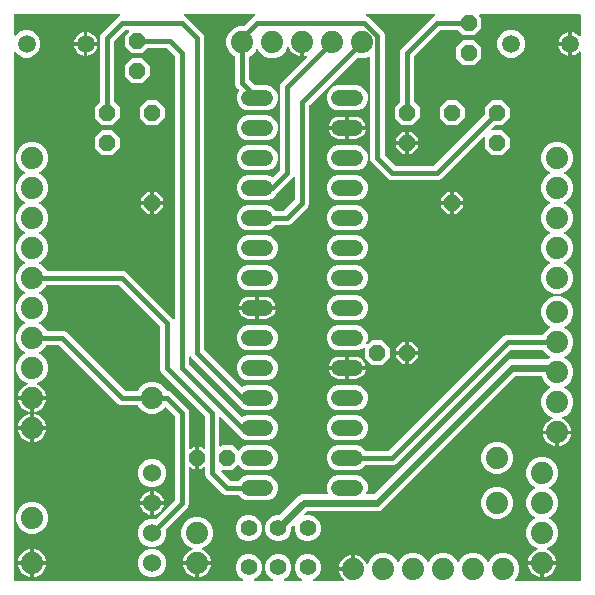
<source format=gbr>
G04 EAGLE Gerber RS-274X export*
G75*
%MOMM*%
%FSLAX34Y34*%
%LPD*%
%INBottom Copper*%
%IPPOS*%
%AMOC8*
5,1,8,0,0,1.08239X$1,22.5*%
G01*
%ADD10C,1.879600*%
%ADD11P,1.429621X8X292.500000*%
%ADD12P,1.429621X8X22.500000*%
%ADD13P,1.429621X8X202.500000*%
%ADD14P,1.429621X8X112.500000*%
%ADD15C,1.320800*%
%ADD16C,1.508000*%
%ADD17C,1.408000*%
%ADD18C,1.530000*%
%ADD19C,0.406400*%
%ADD20C,0.609600*%

G36*
X203548Y10176D02*
X203548Y10176D01*
X203645Y10186D01*
X203669Y10196D01*
X203695Y10200D01*
X203780Y10246D01*
X203870Y10286D01*
X203889Y10303D01*
X203912Y10316D01*
X203979Y10386D01*
X204051Y10452D01*
X204063Y10475D01*
X204081Y10494D01*
X204122Y10582D01*
X204169Y10668D01*
X204174Y10693D01*
X204185Y10717D01*
X204196Y10814D01*
X204213Y10910D01*
X204209Y10936D01*
X204212Y10961D01*
X204191Y11057D01*
X204177Y11153D01*
X204165Y11176D01*
X204160Y11202D01*
X204110Y11285D01*
X204066Y11372D01*
X204047Y11391D01*
X204034Y11413D01*
X203960Y11476D01*
X203890Y11544D01*
X203861Y11560D01*
X203847Y11573D01*
X203816Y11585D01*
X203743Y11625D01*
X202390Y12186D01*
X199266Y15310D01*
X197575Y19391D01*
X197575Y23809D01*
X199266Y27890D01*
X202390Y31014D01*
X206471Y32705D01*
X210889Y32705D01*
X214970Y31014D01*
X218094Y27890D01*
X219785Y23809D01*
X219785Y19391D01*
X218094Y15310D01*
X214970Y12186D01*
X213617Y11625D01*
X213534Y11574D01*
X213448Y11528D01*
X213430Y11510D01*
X213408Y11496D01*
X213346Y11420D01*
X213279Y11350D01*
X213268Y11326D01*
X213251Y11306D01*
X213216Y11215D01*
X213175Y11127D01*
X213172Y11101D01*
X213163Y11077D01*
X213159Y10979D01*
X213148Y10883D01*
X213154Y10857D01*
X213152Y10831D01*
X213180Y10737D01*
X213200Y10642D01*
X213214Y10620D01*
X213221Y10595D01*
X213276Y10515D01*
X213326Y10431D01*
X213346Y10414D01*
X213361Y10393D01*
X213439Y10334D01*
X213513Y10271D01*
X213538Y10261D01*
X213559Y10246D01*
X213651Y10216D01*
X213742Y10179D01*
X213774Y10176D01*
X213792Y10170D01*
X213826Y10170D01*
X213908Y10161D01*
X228452Y10161D01*
X228548Y10176D01*
X228645Y10186D01*
X228669Y10196D01*
X228695Y10200D01*
X228780Y10246D01*
X228870Y10286D01*
X228889Y10303D01*
X228912Y10316D01*
X228979Y10386D01*
X229051Y10452D01*
X229063Y10475D01*
X229081Y10494D01*
X229122Y10582D01*
X229169Y10668D01*
X229174Y10693D01*
X229185Y10717D01*
X229196Y10814D01*
X229213Y10910D01*
X229209Y10936D01*
X229212Y10961D01*
X229191Y11057D01*
X229177Y11153D01*
X229165Y11176D01*
X229160Y11202D01*
X229110Y11285D01*
X229066Y11372D01*
X229047Y11391D01*
X229034Y11413D01*
X228960Y11476D01*
X228890Y11544D01*
X228861Y11560D01*
X228847Y11573D01*
X228816Y11585D01*
X228743Y11625D01*
X227390Y12186D01*
X224266Y15310D01*
X222575Y19391D01*
X222575Y23809D01*
X224266Y27890D01*
X227390Y31014D01*
X231471Y32705D01*
X235889Y32705D01*
X239970Y31014D01*
X243094Y27890D01*
X244785Y23809D01*
X244785Y19391D01*
X243094Y15310D01*
X239970Y12186D01*
X238617Y11625D01*
X238534Y11574D01*
X238448Y11528D01*
X238430Y11510D01*
X238408Y11496D01*
X238346Y11420D01*
X238279Y11350D01*
X238268Y11326D01*
X238251Y11306D01*
X238216Y11215D01*
X238175Y11127D01*
X238172Y11101D01*
X238163Y11077D01*
X238159Y10979D01*
X238148Y10883D01*
X238154Y10857D01*
X238152Y10831D01*
X238180Y10737D01*
X238200Y10642D01*
X238214Y10620D01*
X238221Y10595D01*
X238276Y10515D01*
X238326Y10431D01*
X238346Y10414D01*
X238361Y10393D01*
X238439Y10334D01*
X238513Y10271D01*
X238538Y10261D01*
X238559Y10246D01*
X238651Y10216D01*
X238742Y10179D01*
X238774Y10176D01*
X238792Y10170D01*
X238826Y10170D01*
X238908Y10161D01*
X253452Y10161D01*
X253548Y10176D01*
X253645Y10186D01*
X253669Y10196D01*
X253695Y10200D01*
X253780Y10246D01*
X253870Y10286D01*
X253889Y10303D01*
X253912Y10316D01*
X253979Y10386D01*
X254051Y10452D01*
X254063Y10475D01*
X254081Y10494D01*
X254122Y10582D01*
X254169Y10668D01*
X254174Y10693D01*
X254185Y10717D01*
X254196Y10814D01*
X254213Y10910D01*
X254209Y10936D01*
X254212Y10961D01*
X254191Y11057D01*
X254177Y11153D01*
X254165Y11176D01*
X254160Y11202D01*
X254110Y11285D01*
X254066Y11372D01*
X254047Y11391D01*
X254034Y11413D01*
X253960Y11476D01*
X253890Y11544D01*
X253861Y11560D01*
X253847Y11573D01*
X253816Y11585D01*
X253743Y11625D01*
X252390Y12186D01*
X249266Y15310D01*
X247575Y19391D01*
X247575Y23809D01*
X249266Y27890D01*
X252390Y31014D01*
X256471Y32705D01*
X260889Y32705D01*
X264970Y31014D01*
X268094Y27890D01*
X269785Y23809D01*
X269785Y19391D01*
X268094Y15310D01*
X264970Y12186D01*
X263617Y11625D01*
X263534Y11574D01*
X263448Y11528D01*
X263430Y11510D01*
X263408Y11496D01*
X263346Y11420D01*
X263279Y11350D01*
X263268Y11326D01*
X263251Y11306D01*
X263216Y11215D01*
X263175Y11127D01*
X263172Y11101D01*
X263163Y11077D01*
X263159Y10979D01*
X263148Y10883D01*
X263154Y10857D01*
X263152Y10831D01*
X263180Y10737D01*
X263200Y10642D01*
X263214Y10620D01*
X263221Y10595D01*
X263276Y10515D01*
X263326Y10431D01*
X263346Y10414D01*
X263361Y10393D01*
X263439Y10334D01*
X263513Y10271D01*
X263538Y10261D01*
X263559Y10246D01*
X263651Y10216D01*
X263742Y10179D01*
X263774Y10176D01*
X263792Y10170D01*
X263826Y10170D01*
X263908Y10161D01*
X288618Y10161D01*
X288688Y10172D01*
X288760Y10174D01*
X288809Y10192D01*
X288860Y10200D01*
X288924Y10234D01*
X288991Y10259D01*
X289032Y10291D01*
X289078Y10316D01*
X289127Y10368D01*
X289183Y10412D01*
X289211Y10456D01*
X289247Y10494D01*
X289277Y10559D01*
X289316Y10619D01*
X289329Y10670D01*
X289351Y10717D01*
X289359Y10788D01*
X289376Y10858D01*
X289372Y10910D01*
X289378Y10961D01*
X289363Y11032D01*
X289357Y11103D01*
X289337Y11151D01*
X289326Y11202D01*
X289289Y11263D01*
X289261Y11329D01*
X289216Y11385D01*
X289199Y11413D01*
X289182Y11428D01*
X289156Y11460D01*
X288074Y12542D01*
X286969Y14063D01*
X286116Y15737D01*
X285535Y17524D01*
X285334Y18797D01*
X296418Y18797D01*
X296438Y18800D01*
X296457Y18798D01*
X296559Y18820D01*
X296661Y18837D01*
X296678Y18846D01*
X296698Y18850D01*
X296787Y18903D01*
X296878Y18952D01*
X296892Y18966D01*
X296909Y18976D01*
X296976Y19055D01*
X297047Y19130D01*
X297056Y19148D01*
X297069Y19163D01*
X297107Y19259D01*
X297151Y19353D01*
X297153Y19373D01*
X297161Y19391D01*
X297179Y19558D01*
X297179Y20321D01*
X297942Y20321D01*
X297962Y20324D01*
X297981Y20322D01*
X298083Y20344D01*
X298185Y20361D01*
X298202Y20370D01*
X298222Y20374D01*
X298311Y20427D01*
X298402Y20476D01*
X298416Y20490D01*
X298433Y20500D01*
X298500Y20579D01*
X298571Y20654D01*
X298580Y20672D01*
X298593Y20687D01*
X298632Y20783D01*
X298675Y20877D01*
X298677Y20897D01*
X298685Y20915D01*
X298703Y21082D01*
X298703Y32166D01*
X299976Y31965D01*
X301763Y31384D01*
X303437Y30531D01*
X304958Y29426D01*
X306286Y28098D01*
X307391Y26577D01*
X308244Y24903D01*
X308337Y24616D01*
X308384Y24526D01*
X308425Y24434D01*
X308440Y24418D01*
X308450Y24398D01*
X308523Y24327D01*
X308591Y24253D01*
X308611Y24242D01*
X308627Y24227D01*
X308718Y24183D01*
X308807Y24134D01*
X308829Y24130D01*
X308849Y24121D01*
X308949Y24108D01*
X309049Y24090D01*
X309071Y24094D01*
X309093Y24091D01*
X309192Y24111D01*
X309292Y24126D01*
X309312Y24136D01*
X309334Y24141D01*
X309421Y24192D01*
X309511Y24238D01*
X309527Y24254D01*
X309546Y24265D01*
X309613Y24341D01*
X309684Y24413D01*
X309697Y24437D01*
X309708Y24450D01*
X309720Y24480D01*
X309764Y24560D01*
X311167Y27946D01*
X314954Y31733D01*
X319902Y33783D01*
X325258Y33783D01*
X330206Y31733D01*
X333993Y27946D01*
X334577Y26537D01*
X334615Y26476D01*
X334644Y26411D01*
X334679Y26372D01*
X334706Y26328D01*
X334762Y26282D01*
X334810Y26230D01*
X334856Y26205D01*
X334896Y26171D01*
X334963Y26146D01*
X335026Y26111D01*
X335077Y26102D01*
X335125Y26083D01*
X335197Y26080D01*
X335268Y26067D01*
X335319Y26075D01*
X335371Y26073D01*
X335440Y26093D01*
X335511Y26103D01*
X335557Y26127D01*
X335607Y26141D01*
X335666Y26182D01*
X335730Y26215D01*
X335767Y26252D01*
X335809Y26282D01*
X335852Y26339D01*
X335902Y26390D01*
X335937Y26453D01*
X335956Y26479D01*
X335963Y26501D01*
X335983Y26537D01*
X336567Y27946D01*
X340354Y31733D01*
X345302Y33783D01*
X350658Y33783D01*
X355606Y31733D01*
X359393Y27946D01*
X359977Y26537D01*
X360015Y26476D01*
X360044Y26411D01*
X360079Y26372D01*
X360106Y26328D01*
X360162Y26282D01*
X360210Y26230D01*
X360256Y26205D01*
X360296Y26171D01*
X360363Y26146D01*
X360426Y26111D01*
X360477Y26102D01*
X360525Y26083D01*
X360597Y26080D01*
X360668Y26067D01*
X360719Y26075D01*
X360771Y26073D01*
X360840Y26093D01*
X360911Y26103D01*
X360957Y26127D01*
X361007Y26141D01*
X361066Y26182D01*
X361130Y26215D01*
X361167Y26252D01*
X361209Y26282D01*
X361252Y26339D01*
X361302Y26390D01*
X361337Y26453D01*
X361356Y26479D01*
X361363Y26501D01*
X361383Y26537D01*
X361967Y27946D01*
X365754Y31733D01*
X370702Y33783D01*
X376058Y33783D01*
X381006Y31733D01*
X384793Y27946D01*
X385377Y26537D01*
X385415Y26476D01*
X385444Y26411D01*
X385479Y26372D01*
X385506Y26328D01*
X385562Y26282D01*
X385610Y26230D01*
X385656Y26205D01*
X385696Y26171D01*
X385763Y26146D01*
X385826Y26111D01*
X385877Y26102D01*
X385925Y26083D01*
X385997Y26080D01*
X386068Y26067D01*
X386119Y26075D01*
X386171Y26073D01*
X386240Y26093D01*
X386311Y26103D01*
X386357Y26127D01*
X386407Y26141D01*
X386466Y26182D01*
X386530Y26215D01*
X386567Y26252D01*
X386609Y26282D01*
X386652Y26339D01*
X386702Y26390D01*
X386737Y26453D01*
X386756Y26479D01*
X386763Y26501D01*
X386783Y26537D01*
X387367Y27946D01*
X391154Y31733D01*
X396102Y33783D01*
X401458Y33783D01*
X406406Y31733D01*
X410193Y27946D01*
X410777Y26537D01*
X410815Y26476D01*
X410844Y26411D01*
X410879Y26372D01*
X410906Y26328D01*
X410962Y26282D01*
X411010Y26230D01*
X411056Y26205D01*
X411096Y26171D01*
X411163Y26146D01*
X411226Y26111D01*
X411277Y26102D01*
X411325Y26083D01*
X411397Y26080D01*
X411468Y26067D01*
X411519Y26075D01*
X411571Y26073D01*
X411640Y26093D01*
X411711Y26103D01*
X411757Y26127D01*
X411807Y26141D01*
X411866Y26182D01*
X411930Y26215D01*
X411967Y26252D01*
X412009Y26282D01*
X412052Y26339D01*
X412102Y26390D01*
X412137Y26453D01*
X412156Y26479D01*
X412163Y26501D01*
X412183Y26537D01*
X412767Y27946D01*
X416554Y31733D01*
X421502Y33783D01*
X426858Y33783D01*
X431806Y31733D01*
X435593Y27946D01*
X437643Y22998D01*
X437643Y17642D01*
X435593Y12694D01*
X434359Y11460D01*
X434318Y11402D01*
X434268Y11350D01*
X434246Y11303D01*
X434216Y11261D01*
X434195Y11192D01*
X434165Y11127D01*
X434159Y11075D01*
X434144Y11025D01*
X434145Y10954D01*
X434137Y10883D01*
X434149Y10832D01*
X434150Y10780D01*
X434175Y10712D01*
X434190Y10642D01*
X434216Y10597D01*
X434234Y10549D01*
X434279Y10493D01*
X434316Y10431D01*
X434355Y10397D01*
X434388Y10357D01*
X434448Y10318D01*
X434503Y10271D01*
X434551Y10252D01*
X434595Y10224D01*
X434664Y10206D01*
X434731Y10179D01*
X434802Y10171D01*
X434833Y10163D01*
X434857Y10165D01*
X434898Y10161D01*
X489078Y10161D01*
X489098Y10164D01*
X489117Y10162D01*
X489219Y10184D01*
X489321Y10200D01*
X489338Y10210D01*
X489358Y10214D01*
X489447Y10267D01*
X489538Y10316D01*
X489552Y10330D01*
X489569Y10340D01*
X489636Y10419D01*
X489708Y10494D01*
X489716Y10512D01*
X489729Y10527D01*
X489768Y10623D01*
X489811Y10717D01*
X489813Y10737D01*
X489821Y10755D01*
X489839Y10922D01*
X489839Y457635D01*
X489828Y457706D01*
X489826Y457778D01*
X489808Y457827D01*
X489800Y457878D01*
X489766Y457941D01*
X489741Y458009D01*
X489709Y458049D01*
X489684Y458095D01*
X489632Y458145D01*
X489588Y458201D01*
X489544Y458229D01*
X489506Y458265D01*
X489441Y458295D01*
X489381Y458334D01*
X489330Y458346D01*
X489283Y458368D01*
X489212Y458376D01*
X489142Y458394D01*
X489090Y458390D01*
X489039Y458395D01*
X488968Y458380D01*
X488897Y458375D01*
X488849Y458354D01*
X488798Y458343D01*
X488737Y458306D01*
X488671Y458278D01*
X488615Y458233D01*
X488587Y458217D01*
X488572Y458199D01*
X488540Y458173D01*
X487497Y457131D01*
X486213Y456198D01*
X484800Y455478D01*
X483291Y454987D01*
X482453Y454855D01*
X482453Y464058D01*
X482450Y464078D01*
X482452Y464097D01*
X482430Y464199D01*
X482413Y464301D01*
X482404Y464318D01*
X482400Y464338D01*
X482347Y464427D01*
X482298Y464518D01*
X482284Y464532D01*
X482274Y464549D01*
X482195Y464616D01*
X482120Y464687D01*
X482102Y464696D01*
X482087Y464709D01*
X481991Y464747D01*
X481897Y464791D01*
X481877Y464793D01*
X481859Y464801D01*
X481692Y464819D01*
X480929Y464819D01*
X480929Y464821D01*
X481692Y464821D01*
X481712Y464824D01*
X481731Y464822D01*
X481833Y464844D01*
X481935Y464861D01*
X481952Y464870D01*
X481972Y464874D01*
X482061Y464927D01*
X482152Y464976D01*
X482166Y464990D01*
X482183Y465000D01*
X482250Y465079D01*
X482321Y465154D01*
X482330Y465172D01*
X482343Y465187D01*
X482382Y465283D01*
X482425Y465377D01*
X482427Y465397D01*
X482435Y465415D01*
X482453Y465582D01*
X482453Y474785D01*
X483291Y474653D01*
X484800Y474162D01*
X486213Y473442D01*
X487497Y472509D01*
X488540Y471467D01*
X488598Y471425D01*
X488650Y471375D01*
X488697Y471353D01*
X488739Y471323D01*
X488808Y471302D01*
X488873Y471272D01*
X488925Y471266D01*
X488975Y471251D01*
X489046Y471253D01*
X489117Y471245D01*
X489168Y471256D01*
X489220Y471257D01*
X489288Y471282D01*
X489358Y471297D01*
X489403Y471324D01*
X489451Y471341D01*
X489507Y471386D01*
X489569Y471423D01*
X489603Y471463D01*
X489643Y471495D01*
X489682Y471555D01*
X489729Y471610D01*
X489748Y471658D01*
X489776Y471702D01*
X489794Y471772D01*
X489821Y471838D01*
X489829Y471909D01*
X489837Y471941D01*
X489835Y471964D01*
X489839Y472005D01*
X489839Y489078D01*
X489836Y489098D01*
X489838Y489117D01*
X489816Y489219D01*
X489800Y489321D01*
X489790Y489338D01*
X489786Y489358D01*
X489733Y489447D01*
X489684Y489538D01*
X489670Y489552D01*
X489660Y489569D01*
X489581Y489636D01*
X489506Y489708D01*
X489488Y489716D01*
X489473Y489729D01*
X489377Y489768D01*
X489283Y489811D01*
X489263Y489813D01*
X489245Y489821D01*
X489078Y489839D01*
X404656Y489839D01*
X404586Y489828D01*
X404514Y489826D01*
X404465Y489808D01*
X404414Y489800D01*
X404350Y489766D01*
X404283Y489741D01*
X404242Y489709D01*
X404196Y489684D01*
X404147Y489632D01*
X404091Y489588D01*
X404063Y489544D01*
X404027Y489506D01*
X403997Y489441D01*
X403958Y489381D01*
X403945Y489330D01*
X403923Y489283D01*
X403915Y489212D01*
X403898Y489142D01*
X403902Y489090D01*
X403896Y489039D01*
X403911Y488968D01*
X403917Y488897D01*
X403937Y488849D01*
X403948Y488798D01*
X403985Y488737D01*
X404013Y488671D01*
X404058Y488615D01*
X404075Y488587D01*
X404092Y488572D01*
X404118Y488540D01*
X405639Y487019D01*
X405639Y478181D01*
X399389Y471931D01*
X390551Y471931D01*
X386202Y476280D01*
X386128Y476333D01*
X386058Y476393D01*
X386028Y476405D01*
X386002Y476424D01*
X385915Y476451D01*
X385830Y476485D01*
X385789Y476489D01*
X385767Y476496D01*
X385735Y476495D01*
X385664Y476503D01*
X371141Y476503D01*
X371051Y476489D01*
X370960Y476481D01*
X370930Y476469D01*
X370898Y476464D01*
X370817Y476421D01*
X370733Y476385D01*
X370701Y476359D01*
X370681Y476348D01*
X370658Y476325D01*
X370602Y476280D01*
X349220Y454898D01*
X349167Y454824D01*
X349107Y454754D01*
X349095Y454724D01*
X349076Y454698D01*
X349049Y454611D01*
X349015Y454526D01*
X349011Y454485D01*
X349004Y454463D01*
X349005Y454431D01*
X348997Y454359D01*
X348997Y415706D01*
X349011Y415616D01*
X349019Y415525D01*
X349031Y415496D01*
X349036Y415464D01*
X349079Y415383D01*
X349115Y415299D01*
X349141Y415267D01*
X349152Y415246D01*
X349175Y415224D01*
X349220Y415168D01*
X353569Y410819D01*
X353569Y401981D01*
X347319Y395731D01*
X338481Y395731D01*
X332231Y401981D01*
X332231Y410819D01*
X336580Y415168D01*
X336633Y415242D01*
X336693Y415312D01*
X336705Y415342D01*
X336724Y415368D01*
X336751Y415455D01*
X336785Y415540D01*
X336789Y415581D01*
X336796Y415603D01*
X336795Y415635D01*
X336803Y415706D01*
X336803Y458413D01*
X337731Y460654D01*
X339553Y462476D01*
X339554Y462476D01*
X364846Y487769D01*
X366310Y488375D01*
X366393Y488426D01*
X366479Y488472D01*
X366497Y488490D01*
X366519Y488504D01*
X366581Y488580D01*
X366648Y488650D01*
X366659Y488674D01*
X366676Y488694D01*
X366711Y488785D01*
X366752Y488873D01*
X366755Y488899D01*
X366764Y488923D01*
X366768Y489021D01*
X366779Y489117D01*
X366773Y489143D01*
X366774Y489169D01*
X366747Y489263D01*
X366727Y489358D01*
X366713Y489380D01*
X366706Y489405D01*
X366650Y489485D01*
X366600Y489569D01*
X366581Y489586D01*
X366566Y489607D01*
X366487Y489666D01*
X366413Y489729D01*
X366389Y489739D01*
X366368Y489754D01*
X366276Y489784D01*
X366185Y489821D01*
X366153Y489824D01*
X366134Y489830D01*
X366101Y489830D01*
X366019Y489839D01*
X308891Y489839D01*
X308795Y489824D01*
X308698Y489814D01*
X308674Y489804D01*
X308648Y489800D01*
X308563Y489754D01*
X308473Y489714D01*
X308454Y489697D01*
X308431Y489684D01*
X308364Y489614D01*
X308292Y489548D01*
X308280Y489525D01*
X308262Y489506D01*
X308221Y489418D01*
X308174Y489332D01*
X308169Y489307D01*
X308158Y489283D01*
X308147Y489186D01*
X308130Y489090D01*
X308134Y489064D01*
X308131Y489039D01*
X308152Y488943D01*
X308166Y488847D01*
X308178Y488824D01*
X308183Y488798D01*
X308233Y488715D01*
X308277Y488628D01*
X308296Y488609D01*
X308309Y488587D01*
X308383Y488524D01*
X308453Y488456D01*
X308481Y488440D01*
X308496Y488427D01*
X308527Y488415D01*
X308600Y488375D01*
X310063Y487769D01*
X311885Y485946D01*
X321100Y476731D01*
X321101Y476731D01*
X322923Y474909D01*
X323851Y472668D01*
X323851Y370887D01*
X323865Y370797D01*
X323873Y370706D01*
X323885Y370676D01*
X323890Y370644D01*
X323933Y370563D01*
X323969Y370479D01*
X323995Y370447D01*
X324006Y370427D01*
X324029Y370404D01*
X324074Y370348D01*
X332502Y361920D01*
X332576Y361867D01*
X332646Y361807D01*
X332676Y361795D01*
X332702Y361776D01*
X332789Y361749D01*
X332874Y361715D01*
X332915Y361711D01*
X332937Y361704D01*
X332969Y361705D01*
X333041Y361697D01*
X365459Y361697D01*
X365549Y361711D01*
X365640Y361719D01*
X365670Y361731D01*
X365702Y361736D01*
X365783Y361779D01*
X365867Y361815D01*
X365899Y361841D01*
X365919Y361852D01*
X365942Y361875D01*
X365998Y361920D01*
X408208Y404130D01*
X408261Y404204D01*
X408321Y404274D01*
X408333Y404304D01*
X408352Y404330D01*
X408379Y404417D01*
X408413Y404502D01*
X408417Y404543D01*
X408424Y404565D01*
X408423Y404597D01*
X408431Y404669D01*
X408431Y410819D01*
X414681Y417069D01*
X423519Y417069D01*
X429769Y410819D01*
X429769Y401981D01*
X423519Y395731D01*
X417369Y395731D01*
X417279Y395717D01*
X417188Y395709D01*
X417158Y395697D01*
X417126Y395692D01*
X417045Y395649D01*
X416961Y395613D01*
X416929Y395587D01*
X416909Y395576D01*
X416886Y395553D01*
X416830Y395508D01*
X414290Y392968D01*
X414249Y392910D01*
X414199Y392858D01*
X414177Y392811D01*
X414147Y392769D01*
X414126Y392700D01*
X414095Y392635D01*
X414090Y392583D01*
X414074Y392533D01*
X414076Y392462D01*
X414068Y392391D01*
X414079Y392340D01*
X414081Y392288D01*
X414105Y392220D01*
X414121Y392150D01*
X414147Y392106D01*
X414165Y392057D01*
X414210Y392001D01*
X414247Y391939D01*
X414286Y391905D01*
X414319Y391865D01*
X414379Y391826D01*
X414434Y391779D01*
X414482Y391760D01*
X414526Y391732D01*
X414595Y391714D01*
X414662Y391687D01*
X414733Y391679D01*
X414764Y391671D01*
X414788Y391673D01*
X414829Y391669D01*
X423519Y391669D01*
X429769Y385419D01*
X429769Y376581D01*
X423519Y370331D01*
X414681Y370331D01*
X408431Y376581D01*
X408431Y385271D01*
X408420Y385342D01*
X408418Y385414D01*
X408400Y385463D01*
X408392Y385514D01*
X408358Y385577D01*
X408333Y385645D01*
X408301Y385685D01*
X408276Y385732D01*
X408224Y385781D01*
X408180Y385837D01*
X408136Y385865D01*
X408098Y385901D01*
X408033Y385931D01*
X407973Y385970D01*
X407922Y385983D01*
X407875Y386005D01*
X407804Y386012D01*
X407734Y386030D01*
X407682Y386026D01*
X407631Y386032D01*
X407560Y386016D01*
X407489Y386011D01*
X407441Y385990D01*
X407390Y385979D01*
X407329Y385943D01*
X407263Y385914D01*
X407207Y385870D01*
X407179Y385853D01*
X407164Y385835D01*
X407132Y385810D01*
X373576Y352254D01*
X371754Y350431D01*
X369513Y349503D01*
X328987Y349503D01*
X326746Y350431D01*
X314408Y362770D01*
X314407Y362770D01*
X312585Y364592D01*
X311657Y366833D01*
X311657Y453219D01*
X311655Y453234D01*
X311656Y453248D01*
X311650Y453275D01*
X311652Y453310D01*
X311630Y453385D01*
X311618Y453462D01*
X311604Y453487D01*
X311604Y453488D01*
X311601Y453493D01*
X311596Y453502D01*
X311583Y453547D01*
X311539Y453611D01*
X311502Y453679D01*
X311469Y453711D01*
X311443Y453749D01*
X311380Y453795D01*
X311324Y453849D01*
X311282Y453868D01*
X311246Y453895D01*
X311172Y453919D01*
X311101Y453952D01*
X311055Y453957D01*
X311012Y453972D01*
X310934Y453971D01*
X310857Y453979D01*
X310812Y453970D01*
X310766Y453969D01*
X310634Y453931D01*
X310632Y453931D01*
X310627Y453930D01*
X310626Y453929D01*
X310616Y453927D01*
X310612Y453925D01*
X310605Y453922D01*
X307478Y452627D01*
X302122Y452627D01*
X301063Y453066D01*
X300949Y453093D01*
X300836Y453121D01*
X300829Y453121D01*
X300823Y453122D01*
X300707Y453111D01*
X300590Y453102D01*
X300585Y453100D01*
X300578Y453099D01*
X300471Y453051D01*
X300364Y453006D01*
X300358Y453001D01*
X300354Y452999D01*
X300340Y452986D01*
X300233Y452901D01*
X260320Y412988D01*
X260267Y412914D01*
X260207Y412844D01*
X260195Y412814D01*
X260176Y412788D01*
X260149Y412701D01*
X260115Y412616D01*
X260111Y412575D01*
X260104Y412553D01*
X260105Y412521D01*
X260097Y412449D01*
X260097Y328987D01*
X259169Y326746D01*
X244754Y312331D01*
X242513Y311403D01*
X231810Y311403D01*
X231720Y311389D01*
X231629Y311381D01*
X231600Y311369D01*
X231568Y311364D01*
X231487Y311321D01*
X231403Y311285D01*
X231371Y311259D01*
X231350Y311248D01*
X231328Y311225D01*
X231272Y311180D01*
X228547Y308455D01*
X224626Y306831D01*
X207174Y306831D01*
X203253Y308455D01*
X200251Y311457D01*
X198627Y315378D01*
X198627Y319622D01*
X200251Y323543D01*
X203253Y326545D01*
X207174Y328169D01*
X224626Y328169D01*
X228547Y326545D01*
X231272Y323820D01*
X231346Y323767D01*
X231416Y323707D01*
X231446Y323695D01*
X231472Y323676D01*
X231559Y323649D01*
X231644Y323615D01*
X231685Y323611D01*
X231707Y323604D01*
X231739Y323605D01*
X231810Y323597D01*
X238459Y323597D01*
X238549Y323611D01*
X238640Y323619D01*
X238670Y323631D01*
X238702Y323636D01*
X238783Y323679D01*
X238867Y323715D01*
X238899Y323741D01*
X238919Y323752D01*
X238942Y323775D01*
X238998Y323820D01*
X247680Y332502D01*
X247733Y332576D01*
X247793Y332646D01*
X247805Y332676D01*
X247824Y332702D01*
X247851Y332789D01*
X247885Y332874D01*
X247889Y332915D01*
X247896Y332937D01*
X247895Y332969D01*
X247903Y333041D01*
X247903Y351783D01*
X247888Y351879D01*
X247878Y351976D01*
X247868Y352000D01*
X247864Y352026D01*
X247818Y352112D01*
X247778Y352201D01*
X247761Y352220D01*
X247748Y352243D01*
X247678Y352310D01*
X247612Y352382D01*
X247589Y352395D01*
X247570Y352413D01*
X247482Y352454D01*
X247396Y352501D01*
X247371Y352505D01*
X247347Y352516D01*
X247250Y352527D01*
X247154Y352544D01*
X247128Y352540D01*
X247103Y352543D01*
X247007Y352523D01*
X246911Y352508D01*
X246888Y352497D01*
X246862Y352491D01*
X246778Y352441D01*
X246692Y352397D01*
X246673Y352378D01*
X246651Y352365D01*
X246588Y352291D01*
X246519Y352221D01*
X246504Y352193D01*
X246491Y352178D01*
X246485Y352163D01*
X231989Y337667D01*
X231964Y337651D01*
X231906Y337581D01*
X231842Y337516D01*
X231822Y337480D01*
X231807Y337462D01*
X231795Y337432D01*
X231761Y337369D01*
X231549Y336857D01*
X228547Y333855D01*
X224626Y332231D01*
X207174Y332231D01*
X203253Y333855D01*
X200251Y336857D01*
X198627Y340778D01*
X198627Y345022D01*
X200251Y348943D01*
X203253Y351945D01*
X207174Y353569D01*
X224626Y353569D01*
X228413Y352000D01*
X228480Y351984D01*
X228490Y351980D01*
X228503Y351979D01*
X228527Y351973D01*
X228640Y351945D01*
X228647Y351945D01*
X228653Y351944D01*
X228769Y351955D01*
X228886Y351964D01*
X228891Y351966D01*
X228898Y351967D01*
X229005Y352015D01*
X229112Y352060D01*
X229118Y352065D01*
X229122Y352067D01*
X229136Y352080D01*
X229179Y352114D01*
X229185Y352117D01*
X229191Y352124D01*
X229243Y352165D01*
X234980Y357902D01*
X235033Y357976D01*
X235093Y358046D01*
X235105Y358076D01*
X235124Y358102D01*
X235151Y358189D01*
X235185Y358274D01*
X235189Y358315D01*
X235196Y358337D01*
X235195Y358369D01*
X235203Y358441D01*
X235203Y429203D01*
X236131Y431444D01*
X237954Y433266D01*
X258016Y453328D01*
X258056Y453383D01*
X258103Y453432D01*
X258127Y453483D01*
X258160Y453528D01*
X258180Y453593D01*
X258209Y453654D01*
X258216Y453710D01*
X258232Y453763D01*
X258230Y453831D01*
X258238Y453898D01*
X258227Y453953D01*
X258226Y454009D01*
X258202Y454073D01*
X258189Y454139D01*
X258160Y454187D01*
X258141Y454240D01*
X258099Y454293D01*
X258065Y454351D01*
X258022Y454388D01*
X257988Y454432D01*
X257931Y454469D01*
X257879Y454513D01*
X257828Y454535D01*
X257781Y454565D01*
X257715Y454582D01*
X257652Y454607D01*
X257596Y454611D01*
X257542Y454625D01*
X257475Y454620D01*
X257407Y454624D01*
X257330Y454608D01*
X257297Y454606D01*
X257278Y454598D01*
X257243Y454590D01*
X256796Y454445D01*
X255523Y454244D01*
X255523Y465328D01*
X255520Y465348D01*
X255522Y465367D01*
X255500Y465469D01*
X255483Y465571D01*
X255474Y465588D01*
X255470Y465608D01*
X255417Y465697D01*
X255368Y465788D01*
X255354Y465802D01*
X255344Y465819D01*
X255265Y465886D01*
X255190Y465957D01*
X255172Y465966D01*
X255157Y465979D01*
X255061Y466017D01*
X254967Y466061D01*
X254947Y466063D01*
X254929Y466071D01*
X254762Y466089D01*
X253238Y466089D01*
X253218Y466086D01*
X253199Y466088D01*
X253097Y466066D01*
X252995Y466049D01*
X252978Y466040D01*
X252958Y466036D01*
X252869Y465983D01*
X252778Y465934D01*
X252764Y465920D01*
X252747Y465910D01*
X252680Y465831D01*
X252609Y465756D01*
X252600Y465738D01*
X252587Y465723D01*
X252548Y465627D01*
X252505Y465533D01*
X252503Y465513D01*
X252495Y465495D01*
X252477Y465328D01*
X252477Y454244D01*
X251204Y454445D01*
X249417Y455026D01*
X247743Y455879D01*
X246222Y456984D01*
X244894Y458312D01*
X243789Y459833D01*
X242936Y461507D01*
X242843Y461794D01*
X242796Y461884D01*
X242755Y461976D01*
X242740Y461992D01*
X242730Y462012D01*
X242657Y462083D01*
X242589Y462157D01*
X242569Y462168D01*
X242553Y462183D01*
X242462Y462227D01*
X242373Y462276D01*
X242351Y462280D01*
X242331Y462289D01*
X242231Y462302D01*
X242131Y462320D01*
X242109Y462316D01*
X242087Y462319D01*
X241988Y462299D01*
X241888Y462284D01*
X241868Y462274D01*
X241846Y462269D01*
X241759Y462218D01*
X241669Y462172D01*
X241653Y462156D01*
X241634Y462145D01*
X241567Y462069D01*
X241496Y461997D01*
X241483Y461973D01*
X241472Y461960D01*
X241460Y461930D01*
X241416Y461850D01*
X240013Y458464D01*
X236226Y454677D01*
X231278Y452627D01*
X225922Y452627D01*
X220974Y454677D01*
X217187Y458464D01*
X216603Y459873D01*
X216566Y459934D01*
X216536Y459999D01*
X216501Y460038D01*
X216474Y460082D01*
X216418Y460128D01*
X216370Y460180D01*
X216324Y460205D01*
X216284Y460239D01*
X216217Y460264D01*
X216154Y460299D01*
X216103Y460308D01*
X216055Y460327D01*
X215983Y460330D01*
X215912Y460343D01*
X215861Y460335D01*
X215809Y460337D01*
X215740Y460317D01*
X215669Y460307D01*
X215623Y460283D01*
X215573Y460269D01*
X215514Y460228D01*
X215450Y460195D01*
X215413Y460158D01*
X215371Y460128D01*
X215328Y460071D01*
X215278Y460020D01*
X215243Y459957D01*
X215224Y459931D01*
X215217Y459909D01*
X215197Y459873D01*
X214613Y458464D01*
X210826Y454677D01*
X209767Y454238D01*
X209667Y454176D01*
X209567Y454117D01*
X209563Y454112D01*
X209558Y454108D01*
X209483Y454018D01*
X209407Y453930D01*
X209405Y453924D01*
X209401Y453919D01*
X209359Y453811D01*
X209315Y453701D01*
X209314Y453694D01*
X209313Y453689D01*
X209312Y453671D01*
X209297Y453535D01*
X209297Y434641D01*
X209311Y434551D01*
X209319Y434460D01*
X209331Y434430D01*
X209336Y434398D01*
X209379Y434317D01*
X209415Y434233D01*
X209441Y434201D01*
X209452Y434181D01*
X209475Y434158D01*
X209520Y434102D01*
X213630Y429992D01*
X213704Y429939D01*
X213774Y429879D01*
X213804Y429867D01*
X213830Y429848D01*
X213917Y429821D01*
X214002Y429787D01*
X214043Y429783D01*
X214065Y429776D01*
X214097Y429777D01*
X214169Y429769D01*
X224626Y429769D01*
X228547Y428145D01*
X231549Y425143D01*
X233173Y421222D01*
X233173Y416978D01*
X231549Y413057D01*
X228547Y410055D01*
X224626Y408431D01*
X207174Y408431D01*
X203253Y410055D01*
X200251Y413057D01*
X198627Y416978D01*
X198627Y421222D01*
X200266Y425178D01*
X200288Y425213D01*
X200348Y425296D01*
X200354Y425315D01*
X200365Y425332D01*
X200390Y425432D01*
X200421Y425531D01*
X200420Y425551D01*
X200425Y425571D01*
X200417Y425674D01*
X200414Y425777D01*
X200407Y425796D01*
X200406Y425816D01*
X200365Y425911D01*
X200330Y426008D01*
X200317Y426024D01*
X200310Y426042D01*
X200205Y426173D01*
X199854Y426524D01*
X198031Y428346D01*
X197103Y430587D01*
X197103Y453535D01*
X197084Y453649D01*
X197067Y453766D01*
X197065Y453771D01*
X197064Y453778D01*
X197009Y453880D01*
X196956Y453985D01*
X196951Y453989D01*
X196948Y453995D01*
X196864Y454075D01*
X196780Y454157D01*
X196774Y454161D01*
X196770Y454164D01*
X196753Y454172D01*
X196633Y454238D01*
X195574Y454677D01*
X191787Y458464D01*
X189737Y463412D01*
X189737Y468768D01*
X191787Y473716D01*
X195574Y477503D01*
X200522Y479553D01*
X203915Y479553D01*
X204005Y479567D01*
X204096Y479575D01*
X204126Y479587D01*
X204158Y479592D01*
X204239Y479635D01*
X204323Y479671D01*
X204355Y479697D01*
X204375Y479708D01*
X204398Y479731D01*
X204454Y479776D01*
X212446Y487769D01*
X213910Y488375D01*
X213993Y488426D01*
X214079Y488472D01*
X214097Y488490D01*
X214119Y488504D01*
X214181Y488580D01*
X214248Y488650D01*
X214259Y488674D01*
X214276Y488694D01*
X214311Y488785D01*
X214352Y488873D01*
X214355Y488899D01*
X214364Y488923D01*
X214368Y489021D01*
X214379Y489117D01*
X214373Y489143D01*
X214374Y489169D01*
X214347Y489263D01*
X214327Y489358D01*
X214313Y489380D01*
X214306Y489405D01*
X214250Y489485D01*
X214200Y489569D01*
X214181Y489586D01*
X214166Y489607D01*
X214087Y489666D01*
X214013Y489729D01*
X213989Y489739D01*
X213968Y489754D01*
X213876Y489784D01*
X213785Y489821D01*
X213753Y489824D01*
X213734Y489830D01*
X213701Y489830D01*
X213619Y489839D01*
X154681Y489839D01*
X154585Y489824D01*
X154488Y489814D01*
X154464Y489804D01*
X154439Y489800D01*
X154353Y489754D01*
X154264Y489714D01*
X154244Y489697D01*
X154221Y489684D01*
X154154Y489614D01*
X154083Y489548D01*
X154070Y489525D01*
X154052Y489506D01*
X154011Y489418D01*
X153964Y489332D01*
X153959Y489307D01*
X153948Y489283D01*
X153938Y489186D01*
X153920Y489090D01*
X153924Y489064D01*
X153921Y489039D01*
X153942Y488943D01*
X153956Y488847D01*
X153968Y488824D01*
X153973Y488798D01*
X154023Y488715D01*
X154068Y488628D01*
X154086Y488609D01*
X154100Y488587D01*
X154174Y488524D01*
X154243Y488456D01*
X154272Y488440D01*
X154287Y488427D01*
X154317Y488415D01*
X154390Y488375D01*
X155854Y487769D01*
X170269Y473354D01*
X171197Y471113D01*
X171197Y206041D01*
X171211Y205951D01*
X171219Y205860D01*
X171231Y205830D01*
X171236Y205798D01*
X171279Y205717D01*
X171315Y205633D01*
X171341Y205601D01*
X171352Y205581D01*
X171375Y205558D01*
X171420Y205502D01*
X202557Y174365D01*
X202651Y174298D01*
X202746Y174227D01*
X202752Y174225D01*
X202757Y174222D01*
X202868Y174187D01*
X202980Y174151D01*
X202986Y174151D01*
X202992Y174149D01*
X203109Y174152D01*
X203226Y174153D01*
X203233Y174155D01*
X203238Y174156D01*
X203255Y174162D01*
X203387Y174200D01*
X207174Y175769D01*
X224626Y175769D01*
X228547Y174145D01*
X231549Y171143D01*
X233173Y167222D01*
X233173Y162978D01*
X231549Y159057D01*
X228547Y156055D01*
X224626Y154431D01*
X207174Y154431D01*
X203253Y156055D01*
X200251Y159057D01*
X200039Y159569D01*
X199991Y159646D01*
X199950Y159728D01*
X199927Y159750D01*
X199910Y159778D01*
X199854Y159824D01*
X159898Y199780D01*
X159864Y199843D01*
X159846Y199861D01*
X159832Y199883D01*
X159757Y199946D01*
X159686Y200013D01*
X159662Y200024D01*
X159642Y200040D01*
X159551Y200075D01*
X159463Y200116D01*
X159437Y200119D01*
X159413Y200128D01*
X159315Y200133D01*
X159219Y200143D01*
X159193Y200138D01*
X159167Y200139D01*
X159074Y200112D01*
X158978Y200091D01*
X158956Y200078D01*
X158931Y200070D01*
X158851Y200015D01*
X158767Y199965D01*
X158750Y199945D01*
X158729Y199930D01*
X158671Y199852D01*
X158607Y199778D01*
X158597Y199754D01*
X158582Y199733D01*
X158552Y199640D01*
X158515Y199550D01*
X158512Y199518D01*
X158506Y199499D01*
X158506Y199466D01*
X158497Y199383D01*
X158497Y193341D01*
X158511Y193251D01*
X158519Y193160D01*
X158531Y193130D01*
X158536Y193098D01*
X158579Y193017D01*
X158615Y192933D01*
X158641Y192901D01*
X158652Y192881D01*
X158675Y192858D01*
X158720Y192802D01*
X202557Y148965D01*
X202651Y148898D01*
X202746Y148827D01*
X202752Y148825D01*
X202757Y148822D01*
X202868Y148787D01*
X202980Y148751D01*
X202986Y148751D01*
X202992Y148749D01*
X203109Y148752D01*
X203226Y148753D01*
X203233Y148755D01*
X203238Y148756D01*
X203255Y148762D01*
X203387Y148800D01*
X207174Y150369D01*
X224626Y150369D01*
X228547Y148745D01*
X231549Y145743D01*
X233173Y141822D01*
X233173Y137578D01*
X231549Y133657D01*
X228547Y130655D01*
X224626Y129031D01*
X207174Y129031D01*
X203253Y130655D01*
X200251Y133657D01*
X200039Y134169D01*
X199991Y134246D01*
X199950Y134328D01*
X199927Y134350D01*
X199910Y134378D01*
X199854Y134424D01*
X185196Y149082D01*
X185138Y149123D01*
X185086Y149173D01*
X185039Y149195D01*
X184997Y149225D01*
X184928Y149246D01*
X184863Y149277D01*
X184811Y149282D01*
X184761Y149298D01*
X184690Y149296D01*
X184619Y149304D01*
X184568Y149293D01*
X184516Y149291D01*
X184448Y149267D01*
X184378Y149251D01*
X184333Y149225D01*
X184285Y149207D01*
X184229Y149162D01*
X184167Y149125D01*
X184133Y149086D01*
X184093Y149053D01*
X184054Y148993D01*
X184007Y148938D01*
X183988Y148890D01*
X183960Y148846D01*
X183942Y148777D01*
X183915Y148710D01*
X183907Y148639D01*
X183899Y148608D01*
X183901Y148584D01*
X183897Y148543D01*
X183897Y124622D01*
X183908Y124552D01*
X183910Y124480D01*
X183928Y124431D01*
X183936Y124380D01*
X183970Y124316D01*
X183995Y124249D01*
X184027Y124208D01*
X184052Y124162D01*
X184104Y124113D01*
X184148Y124057D01*
X184192Y124029D01*
X184230Y123993D01*
X184295Y123963D01*
X184355Y123924D01*
X184406Y123911D01*
X184453Y123889D01*
X184524Y123881D01*
X184594Y123864D01*
X184646Y123868D01*
X184697Y123862D01*
X184768Y123877D01*
X184839Y123883D01*
X184887Y123903D01*
X184938Y123914D01*
X184999Y123951D01*
X185065Y123979D01*
X185121Y124024D01*
X185149Y124041D01*
X185164Y124058D01*
X185196Y124084D01*
X186081Y124969D01*
X194919Y124969D01*
X199360Y120528D01*
X199376Y120517D01*
X199388Y120501D01*
X199476Y120445D01*
X199559Y120385D01*
X199578Y120379D01*
X199595Y120368D01*
X199696Y120343D01*
X199795Y120312D01*
X199814Y120313D01*
X199834Y120308D01*
X199937Y120316D01*
X200040Y120319D01*
X200059Y120325D01*
X200079Y120327D01*
X200174Y120367D01*
X200271Y120403D01*
X200287Y120416D01*
X200305Y120423D01*
X200436Y120528D01*
X203253Y123345D01*
X207174Y124969D01*
X224626Y124969D01*
X228547Y123345D01*
X231549Y120343D01*
X233173Y116422D01*
X233173Y112178D01*
X231549Y108257D01*
X228547Y105255D01*
X224626Y103631D01*
X207174Y103631D01*
X203253Y105255D01*
X200436Y108072D01*
X200420Y108083D01*
X200408Y108099D01*
X200320Y108155D01*
X200237Y108215D01*
X200218Y108221D01*
X200201Y108232D01*
X200100Y108257D01*
X200001Y108288D01*
X199982Y108287D01*
X199962Y108292D01*
X199859Y108284D01*
X199756Y108281D01*
X199737Y108275D01*
X199717Y108273D01*
X199622Y108233D01*
X199525Y108197D01*
X199509Y108184D01*
X199491Y108177D01*
X199360Y108072D01*
X194919Y103631D01*
X186229Y103631D01*
X186158Y103620D01*
X186086Y103618D01*
X186037Y103600D01*
X185986Y103592D01*
X185923Y103558D01*
X185855Y103533D01*
X185815Y103501D01*
X185768Y103476D01*
X185719Y103424D01*
X185663Y103380D01*
X185635Y103336D01*
X185599Y103298D01*
X185569Y103233D01*
X185530Y103173D01*
X185517Y103122D01*
X185495Y103075D01*
X185488Y103004D01*
X185470Y102934D01*
X185474Y102882D01*
X185468Y102831D01*
X185484Y102760D01*
X185489Y102689D01*
X185510Y102641D01*
X185521Y102590D01*
X185557Y102529D01*
X185586Y102463D01*
X185630Y102407D01*
X185647Y102379D01*
X185665Y102364D01*
X185690Y102332D01*
X192802Y95220D01*
X192876Y95167D01*
X192946Y95107D01*
X192976Y95095D01*
X193002Y95076D01*
X193089Y95049D01*
X193174Y95015D01*
X193215Y95011D01*
X193237Y95004D01*
X193269Y95005D01*
X193341Y94997D01*
X199990Y94997D01*
X200080Y95011D01*
X200171Y95019D01*
X200200Y95031D01*
X200232Y95036D01*
X200313Y95079D01*
X200397Y95115D01*
X200429Y95141D01*
X200450Y95152D01*
X200472Y95175D01*
X200528Y95220D01*
X203253Y97945D01*
X207174Y99569D01*
X224626Y99569D01*
X228547Y97945D01*
X231549Y94943D01*
X233173Y91022D01*
X233173Y86778D01*
X231549Y82857D01*
X228547Y79855D01*
X224626Y78231D01*
X207174Y78231D01*
X203253Y79855D01*
X200528Y82580D01*
X200454Y82633D01*
X200384Y82693D01*
X200354Y82705D01*
X200328Y82724D01*
X200241Y82751D01*
X200156Y82785D01*
X200115Y82789D01*
X200093Y82796D01*
X200061Y82795D01*
X199990Y82803D01*
X189287Y82803D01*
X187046Y83731D01*
X172631Y98146D01*
X171703Y100387D01*
X171703Y106133D01*
X171692Y106204D01*
X171690Y106275D01*
X171672Y106324D01*
X171664Y106376D01*
X171630Y106439D01*
X171605Y106506D01*
X171573Y106547D01*
X171548Y106593D01*
X171496Y106642D01*
X171452Y106698D01*
X171408Y106727D01*
X171370Y106762D01*
X171305Y106793D01*
X171245Y106831D01*
X171194Y106844D01*
X171147Y106866D01*
X171076Y106874D01*
X171006Y106891D01*
X170954Y106887D01*
X170903Y106893D01*
X170832Y106878D01*
X170761Y106872D01*
X170713Y106852D01*
X170662Y106841D01*
X170601Y106804D01*
X170535Y106776D01*
X170479Y106731D01*
X170451Y106715D01*
X170436Y106697D01*
X170404Y106671D01*
X168888Y105155D01*
X166623Y105155D01*
X166623Y113538D01*
X166620Y113558D01*
X166622Y113577D01*
X166600Y113679D01*
X166583Y113781D01*
X166574Y113798D01*
X166570Y113818D01*
X166517Y113907D01*
X166468Y113998D01*
X166454Y114012D01*
X166444Y114029D01*
X166365Y114096D01*
X166290Y114167D01*
X166272Y114176D01*
X166257Y114189D01*
X166161Y114227D01*
X166067Y114271D01*
X166047Y114273D01*
X166029Y114281D01*
X165862Y114299D01*
X164338Y114299D01*
X164318Y114296D01*
X164299Y114298D01*
X164197Y114276D01*
X164095Y114259D01*
X164078Y114250D01*
X164058Y114246D01*
X163969Y114193D01*
X163878Y114144D01*
X163864Y114130D01*
X163847Y114120D01*
X163780Y114041D01*
X163709Y113966D01*
X163700Y113948D01*
X163687Y113933D01*
X163648Y113837D01*
X163605Y113743D01*
X163603Y113723D01*
X163595Y113705D01*
X163577Y113538D01*
X163577Y105155D01*
X161312Y105155D01*
X159796Y106671D01*
X159738Y106713D01*
X159686Y106762D01*
X159639Y106784D01*
X159597Y106815D01*
X159528Y106836D01*
X159463Y106866D01*
X159411Y106872D01*
X159361Y106887D01*
X159290Y106885D01*
X159219Y106893D01*
X159168Y106882D01*
X159116Y106881D01*
X159048Y106856D01*
X158978Y106841D01*
X158933Y106814D01*
X158885Y106796D01*
X158829Y106751D01*
X158767Y106715D01*
X158733Y106675D01*
X158693Y106643D01*
X158654Y106582D01*
X158607Y106528D01*
X158588Y106479D01*
X158560Y106436D01*
X158542Y106366D01*
X158515Y106300D01*
X158507Y106228D01*
X158499Y106197D01*
X158501Y106174D01*
X158497Y106133D01*
X158497Y74987D01*
X157569Y72746D01*
X155746Y70924D01*
X138851Y54029D01*
X138783Y53935D01*
X138713Y53840D01*
X138711Y53834D01*
X138708Y53829D01*
X138673Y53718D01*
X138637Y53606D01*
X138637Y53600D01*
X138635Y53594D01*
X138638Y53477D01*
X138639Y53360D01*
X138641Y53353D01*
X138642Y53348D01*
X138648Y53331D01*
X138686Y53199D01*
X138715Y53130D01*
X138715Y48470D01*
X136931Y44164D01*
X133636Y40869D01*
X129330Y39085D01*
X124670Y39085D01*
X120364Y40869D01*
X117069Y44164D01*
X115285Y48470D01*
X115285Y53130D01*
X117069Y57436D01*
X120364Y60731D01*
X124670Y62515D01*
X129330Y62515D01*
X129399Y62486D01*
X129513Y62459D01*
X129627Y62431D01*
X129633Y62431D01*
X129639Y62430D01*
X129755Y62441D01*
X129872Y62450D01*
X129877Y62452D01*
X129884Y62453D01*
X129991Y62501D01*
X130098Y62546D01*
X130104Y62551D01*
X130108Y62553D01*
X130122Y62566D01*
X130229Y62651D01*
X146080Y78502D01*
X146133Y78576D01*
X146193Y78646D01*
X146205Y78676D01*
X146224Y78702D01*
X146251Y78789D01*
X146285Y78874D01*
X146289Y78915D01*
X146296Y78937D01*
X146295Y78969D01*
X146303Y79041D01*
X146303Y149559D01*
X146289Y149649D01*
X146281Y149740D01*
X146269Y149770D01*
X146264Y149802D01*
X146221Y149883D01*
X146185Y149967D01*
X146159Y149999D01*
X146148Y150019D01*
X146125Y150042D01*
X146080Y150098D01*
X139097Y157081D01*
X139081Y157093D01*
X139068Y157108D01*
X138981Y157164D01*
X138897Y157225D01*
X138878Y157230D01*
X138861Y157241D01*
X138761Y157267D01*
X138662Y157297D01*
X138642Y157296D01*
X138623Y157301D01*
X138520Y157293D01*
X138416Y157291D01*
X138397Y157284D01*
X138378Y157282D01*
X138283Y157242D01*
X138185Y157206D01*
X138169Y157194D01*
X138151Y157186D01*
X138020Y157081D01*
X134626Y153687D01*
X129678Y151637D01*
X124322Y151637D01*
X119374Y153687D01*
X115587Y157474D01*
X115148Y158533D01*
X115087Y158633D01*
X115027Y158733D01*
X115022Y158737D01*
X115018Y158742D01*
X114929Y158817D01*
X114840Y158893D01*
X114834Y158895D01*
X114829Y158899D01*
X114721Y158941D01*
X114611Y158985D01*
X114604Y158986D01*
X114599Y158987D01*
X114581Y158988D01*
X114445Y159003D01*
X100387Y159003D01*
X98146Y159931D01*
X48498Y209580D01*
X48424Y209633D01*
X48354Y209693D01*
X48324Y209705D01*
X48298Y209724D01*
X48211Y209751D01*
X48126Y209785D01*
X48085Y209789D01*
X48063Y209796D01*
X48031Y209795D01*
X47959Y209803D01*
X37955Y209803D01*
X37841Y209784D01*
X37724Y209767D01*
X37719Y209765D01*
X37712Y209764D01*
X37610Y209709D01*
X37505Y209656D01*
X37501Y209651D01*
X37495Y209648D01*
X37415Y209564D01*
X37333Y209480D01*
X37329Y209474D01*
X37326Y209470D01*
X37318Y209453D01*
X37252Y209333D01*
X36813Y208274D01*
X33026Y204487D01*
X31617Y203903D01*
X31556Y203865D01*
X31491Y203836D01*
X31452Y203801D01*
X31408Y203774D01*
X31362Y203718D01*
X31310Y203670D01*
X31285Y203624D01*
X31251Y203584D01*
X31226Y203517D01*
X31191Y203454D01*
X31182Y203403D01*
X31163Y203355D01*
X31160Y203283D01*
X31147Y203212D01*
X31155Y203161D01*
X31153Y203109D01*
X31173Y203040D01*
X31183Y202969D01*
X31207Y202923D01*
X31221Y202873D01*
X31262Y202814D01*
X31295Y202750D01*
X31332Y202713D01*
X31362Y202671D01*
X31419Y202628D01*
X31470Y202578D01*
X31533Y202543D01*
X31559Y202524D01*
X31581Y202517D01*
X31617Y202497D01*
X33026Y201913D01*
X36813Y198126D01*
X38863Y193178D01*
X38863Y187822D01*
X36813Y182874D01*
X33026Y179087D01*
X29640Y177684D01*
X29554Y177631D01*
X29465Y177583D01*
X29450Y177566D01*
X29431Y177555D01*
X29367Y177477D01*
X29298Y177403D01*
X29289Y177382D01*
X29274Y177365D01*
X29238Y177271D01*
X29196Y177178D01*
X29194Y177156D01*
X29186Y177136D01*
X29182Y177035D01*
X29172Y176934D01*
X29177Y176912D01*
X29176Y176890D01*
X29204Y176793D01*
X29227Y176694D01*
X29238Y176675D01*
X29244Y176654D01*
X29302Y176571D01*
X29355Y176484D01*
X29372Y176470D01*
X29385Y176452D01*
X29466Y176391D01*
X29544Y176326D01*
X29568Y176315D01*
X29582Y176305D01*
X29613Y176295D01*
X29696Y176257D01*
X29983Y176164D01*
X31657Y175311D01*
X33178Y174206D01*
X34506Y172878D01*
X35611Y171357D01*
X36464Y169683D01*
X37045Y167896D01*
X37246Y166623D01*
X26162Y166623D01*
X26142Y166620D01*
X26123Y166622D01*
X26021Y166600D01*
X25919Y166583D01*
X25902Y166574D01*
X25882Y166570D01*
X25793Y166517D01*
X25702Y166468D01*
X25688Y166454D01*
X25671Y166444D01*
X25604Y166365D01*
X25533Y166290D01*
X25524Y166272D01*
X25511Y166257D01*
X25473Y166161D01*
X25429Y166067D01*
X25427Y166047D01*
X25419Y166029D01*
X25401Y165862D01*
X25401Y165099D01*
X25399Y165099D01*
X25399Y165862D01*
X25396Y165882D01*
X25398Y165901D01*
X25376Y166003D01*
X25359Y166105D01*
X25350Y166122D01*
X25346Y166142D01*
X25293Y166231D01*
X25244Y166322D01*
X25230Y166336D01*
X25220Y166353D01*
X25141Y166420D01*
X25066Y166491D01*
X25048Y166500D01*
X25033Y166513D01*
X24937Y166552D01*
X24843Y166595D01*
X24823Y166597D01*
X24805Y166605D01*
X24638Y166623D01*
X13554Y166623D01*
X13755Y167896D01*
X14336Y169683D01*
X15189Y171357D01*
X16294Y172878D01*
X17622Y174206D01*
X19143Y175311D01*
X20817Y176164D01*
X21104Y176257D01*
X21194Y176304D01*
X21286Y176345D01*
X21302Y176360D01*
X21322Y176370D01*
X21393Y176443D01*
X21467Y176511D01*
X21478Y176531D01*
X21493Y176547D01*
X21537Y176638D01*
X21586Y176727D01*
X21590Y176749D01*
X21599Y176769D01*
X21612Y176869D01*
X21630Y176969D01*
X21626Y176991D01*
X21629Y177013D01*
X21609Y177112D01*
X21594Y177212D01*
X21584Y177232D01*
X21579Y177254D01*
X21528Y177341D01*
X21482Y177431D01*
X21466Y177447D01*
X21455Y177466D01*
X21379Y177533D01*
X21307Y177604D01*
X21283Y177617D01*
X21270Y177628D01*
X21240Y177640D01*
X21160Y177684D01*
X17774Y179087D01*
X13987Y182874D01*
X11937Y187822D01*
X11937Y193178D01*
X13987Y198126D01*
X17774Y201913D01*
X19183Y202497D01*
X19244Y202534D01*
X19309Y202564D01*
X19348Y202599D01*
X19392Y202626D01*
X19438Y202682D01*
X19490Y202730D01*
X19515Y202776D01*
X19549Y202816D01*
X19574Y202883D01*
X19609Y202946D01*
X19618Y202997D01*
X19637Y203045D01*
X19640Y203117D01*
X19653Y203188D01*
X19645Y203239D01*
X19647Y203291D01*
X19627Y203360D01*
X19617Y203431D01*
X19593Y203477D01*
X19579Y203527D01*
X19538Y203586D01*
X19505Y203650D01*
X19468Y203687D01*
X19438Y203729D01*
X19381Y203772D01*
X19330Y203822D01*
X19267Y203857D01*
X19241Y203876D01*
X19219Y203883D01*
X19183Y203903D01*
X17774Y204487D01*
X13987Y208274D01*
X11937Y213222D01*
X11937Y218578D01*
X13987Y223526D01*
X17774Y227313D01*
X19183Y227897D01*
X19244Y227934D01*
X19309Y227964D01*
X19348Y227999D01*
X19392Y228026D01*
X19438Y228082D01*
X19490Y228130D01*
X19515Y228176D01*
X19549Y228216D01*
X19574Y228283D01*
X19609Y228346D01*
X19618Y228397D01*
X19637Y228445D01*
X19640Y228517D01*
X19653Y228588D01*
X19645Y228639D01*
X19647Y228691D01*
X19627Y228760D01*
X19617Y228831D01*
X19593Y228877D01*
X19579Y228927D01*
X19538Y228986D01*
X19505Y229050D01*
X19468Y229087D01*
X19438Y229129D01*
X19381Y229172D01*
X19330Y229222D01*
X19267Y229257D01*
X19241Y229276D01*
X19219Y229283D01*
X19183Y229303D01*
X17774Y229887D01*
X13987Y233674D01*
X11937Y238622D01*
X11937Y243978D01*
X13987Y248926D01*
X17774Y252713D01*
X19183Y253297D01*
X19244Y253335D01*
X19309Y253364D01*
X19348Y253399D01*
X19392Y253426D01*
X19438Y253482D01*
X19490Y253530D01*
X19515Y253576D01*
X19549Y253616D01*
X19574Y253683D01*
X19609Y253746D01*
X19618Y253797D01*
X19637Y253845D01*
X19640Y253917D01*
X19653Y253988D01*
X19645Y254039D01*
X19647Y254091D01*
X19627Y254160D01*
X19617Y254231D01*
X19593Y254277D01*
X19579Y254327D01*
X19538Y254386D01*
X19505Y254450D01*
X19468Y254487D01*
X19438Y254529D01*
X19381Y254572D01*
X19330Y254622D01*
X19267Y254657D01*
X19241Y254676D01*
X19219Y254683D01*
X19183Y254703D01*
X17774Y255287D01*
X13987Y259074D01*
X11937Y264022D01*
X11937Y269378D01*
X13987Y274326D01*
X17774Y278113D01*
X19183Y278697D01*
X19244Y278734D01*
X19309Y278764D01*
X19348Y278799D01*
X19392Y278826D01*
X19438Y278882D01*
X19490Y278930D01*
X19515Y278976D01*
X19549Y279016D01*
X19574Y279083D01*
X19609Y279146D01*
X19618Y279197D01*
X19637Y279245D01*
X19640Y279317D01*
X19653Y279388D01*
X19645Y279439D01*
X19647Y279491D01*
X19627Y279560D01*
X19617Y279631D01*
X19593Y279677D01*
X19579Y279727D01*
X19538Y279786D01*
X19505Y279850D01*
X19468Y279887D01*
X19438Y279929D01*
X19381Y279972D01*
X19330Y280022D01*
X19267Y280057D01*
X19241Y280076D01*
X19219Y280083D01*
X19183Y280103D01*
X17774Y280687D01*
X13987Y284474D01*
X11937Y289422D01*
X11937Y294778D01*
X13987Y299726D01*
X17774Y303513D01*
X19183Y304097D01*
X19244Y304134D01*
X19309Y304164D01*
X19348Y304199D01*
X19392Y304226D01*
X19438Y304282D01*
X19490Y304330D01*
X19515Y304376D01*
X19549Y304416D01*
X19574Y304483D01*
X19609Y304546D01*
X19618Y304597D01*
X19637Y304645D01*
X19640Y304717D01*
X19653Y304788D01*
X19645Y304839D01*
X19647Y304891D01*
X19627Y304960D01*
X19617Y305031D01*
X19593Y305077D01*
X19579Y305127D01*
X19538Y305186D01*
X19505Y305250D01*
X19468Y305287D01*
X19438Y305329D01*
X19381Y305372D01*
X19330Y305422D01*
X19267Y305457D01*
X19241Y305476D01*
X19219Y305483D01*
X19183Y305503D01*
X17774Y306087D01*
X13987Y309874D01*
X11937Y314822D01*
X11937Y320178D01*
X13987Y325126D01*
X17774Y328913D01*
X19183Y329497D01*
X19244Y329534D01*
X19309Y329564D01*
X19348Y329599D01*
X19392Y329626D01*
X19438Y329682D01*
X19490Y329730D01*
X19515Y329776D01*
X19549Y329816D01*
X19574Y329883D01*
X19609Y329946D01*
X19618Y329997D01*
X19637Y330045D01*
X19640Y330117D01*
X19653Y330188D01*
X19645Y330239D01*
X19647Y330291D01*
X19627Y330360D01*
X19617Y330431D01*
X19593Y330477D01*
X19579Y330527D01*
X19538Y330586D01*
X19505Y330650D01*
X19468Y330687D01*
X19438Y330729D01*
X19381Y330772D01*
X19330Y330822D01*
X19267Y330857D01*
X19241Y330876D01*
X19219Y330883D01*
X19183Y330903D01*
X17774Y331487D01*
X13987Y335274D01*
X11937Y340222D01*
X11937Y345578D01*
X13987Y350526D01*
X17774Y354313D01*
X19183Y354897D01*
X19244Y354934D01*
X19309Y354964D01*
X19348Y354999D01*
X19392Y355026D01*
X19438Y355082D01*
X19490Y355130D01*
X19515Y355176D01*
X19549Y355216D01*
X19574Y355283D01*
X19609Y355346D01*
X19618Y355397D01*
X19637Y355445D01*
X19640Y355517D01*
X19653Y355588D01*
X19645Y355639D01*
X19647Y355691D01*
X19627Y355760D01*
X19617Y355831D01*
X19593Y355877D01*
X19579Y355927D01*
X19538Y355986D01*
X19505Y356050D01*
X19468Y356087D01*
X19438Y356129D01*
X19381Y356172D01*
X19330Y356222D01*
X19267Y356257D01*
X19241Y356276D01*
X19219Y356283D01*
X19183Y356303D01*
X17774Y356887D01*
X13987Y360674D01*
X11937Y365622D01*
X11937Y370978D01*
X13987Y375926D01*
X17774Y379713D01*
X22722Y381763D01*
X28078Y381763D01*
X33026Y379713D01*
X36813Y375926D01*
X38863Y370978D01*
X38863Y365622D01*
X36813Y360674D01*
X33026Y356887D01*
X31617Y356303D01*
X31556Y356265D01*
X31491Y356236D01*
X31452Y356201D01*
X31408Y356174D01*
X31362Y356118D01*
X31310Y356070D01*
X31285Y356024D01*
X31251Y355984D01*
X31226Y355917D01*
X31191Y355854D01*
X31182Y355803D01*
X31163Y355755D01*
X31160Y355683D01*
X31147Y355612D01*
X31155Y355561D01*
X31153Y355509D01*
X31173Y355440D01*
X31183Y355369D01*
X31207Y355323D01*
X31221Y355273D01*
X31262Y355214D01*
X31295Y355150D01*
X31332Y355113D01*
X31362Y355071D01*
X31419Y355028D01*
X31470Y354978D01*
X31533Y354943D01*
X31559Y354924D01*
X31581Y354917D01*
X31617Y354897D01*
X33026Y354313D01*
X36813Y350526D01*
X38863Y345578D01*
X38863Y340222D01*
X36813Y335274D01*
X33026Y331487D01*
X31617Y330903D01*
X31556Y330865D01*
X31491Y330836D01*
X31452Y330801D01*
X31408Y330774D01*
X31362Y330718D01*
X31310Y330670D01*
X31285Y330624D01*
X31251Y330584D01*
X31226Y330517D01*
X31191Y330454D01*
X31182Y330403D01*
X31163Y330355D01*
X31160Y330283D01*
X31147Y330212D01*
X31155Y330161D01*
X31153Y330109D01*
X31173Y330040D01*
X31183Y329969D01*
X31207Y329923D01*
X31221Y329873D01*
X31262Y329814D01*
X31295Y329750D01*
X31332Y329713D01*
X31362Y329671D01*
X31419Y329628D01*
X31470Y329578D01*
X31533Y329543D01*
X31559Y329524D01*
X31581Y329517D01*
X31617Y329497D01*
X33026Y328913D01*
X36813Y325126D01*
X38863Y320178D01*
X38863Y314822D01*
X36813Y309874D01*
X33026Y306087D01*
X31617Y305503D01*
X31556Y305465D01*
X31491Y305436D01*
X31452Y305401D01*
X31408Y305374D01*
X31362Y305318D01*
X31310Y305270D01*
X31285Y305224D01*
X31251Y305184D01*
X31226Y305117D01*
X31191Y305054D01*
X31182Y305003D01*
X31163Y304955D01*
X31160Y304883D01*
X31147Y304812D01*
X31155Y304761D01*
X31153Y304709D01*
X31173Y304640D01*
X31183Y304569D01*
X31207Y304523D01*
X31221Y304473D01*
X31262Y304414D01*
X31295Y304350D01*
X31332Y304313D01*
X31362Y304271D01*
X31419Y304228D01*
X31470Y304178D01*
X31533Y304143D01*
X31559Y304124D01*
X31581Y304117D01*
X31617Y304097D01*
X33026Y303513D01*
X36813Y299726D01*
X38863Y294778D01*
X38863Y289422D01*
X36813Y284474D01*
X33026Y280687D01*
X31617Y280103D01*
X31556Y280065D01*
X31491Y280036D01*
X31452Y280001D01*
X31408Y279974D01*
X31362Y279918D01*
X31310Y279870D01*
X31285Y279824D01*
X31251Y279784D01*
X31226Y279717D01*
X31191Y279654D01*
X31182Y279603D01*
X31163Y279555D01*
X31160Y279483D01*
X31147Y279412D01*
X31155Y279361D01*
X31153Y279309D01*
X31173Y279240D01*
X31183Y279169D01*
X31207Y279123D01*
X31221Y279073D01*
X31262Y279014D01*
X31295Y278950D01*
X31332Y278913D01*
X31362Y278871D01*
X31419Y278828D01*
X31470Y278778D01*
X31533Y278743D01*
X31559Y278724D01*
X31581Y278717D01*
X31617Y278697D01*
X33026Y278113D01*
X36813Y274326D01*
X37252Y273267D01*
X37313Y273167D01*
X37373Y273067D01*
X37378Y273063D01*
X37382Y273058D01*
X37471Y272983D01*
X37560Y272907D01*
X37566Y272905D01*
X37571Y272901D01*
X37679Y272859D01*
X37789Y272815D01*
X37796Y272814D01*
X37801Y272813D01*
X37819Y272812D01*
X37955Y272797D01*
X102813Y272797D01*
X105054Y271869D01*
X106876Y270047D01*
X106876Y270046D01*
X144902Y232020D01*
X144936Y231957D01*
X144954Y231939D01*
X144968Y231917D01*
X145043Y231854D01*
X145114Y231787D01*
X145138Y231776D01*
X145158Y231760D01*
X145249Y231725D01*
X145337Y231684D01*
X145363Y231681D01*
X145387Y231672D01*
X145485Y231667D01*
X145581Y231657D01*
X145607Y231662D01*
X145633Y231661D01*
X145727Y231688D01*
X145822Y231709D01*
X145844Y231722D01*
X145869Y231729D01*
X145949Y231785D01*
X146033Y231835D01*
X146050Y231855D01*
X146071Y231870D01*
X146129Y231948D01*
X146193Y232022D01*
X146203Y232046D01*
X146218Y232067D01*
X146248Y232159D01*
X146285Y232250D01*
X146288Y232282D01*
X146294Y232301D01*
X146294Y232334D01*
X146303Y232417D01*
X146303Y454359D01*
X146289Y454449D01*
X146281Y454540D01*
X146269Y454570D01*
X146264Y454602D01*
X146221Y454683D01*
X146185Y454767D01*
X146159Y454799D01*
X146148Y454819D01*
X146125Y454842D01*
X146080Y454898D01*
X139938Y461040D01*
X139864Y461093D01*
X139794Y461153D01*
X139764Y461165D01*
X139738Y461184D01*
X139651Y461211D01*
X139566Y461245D01*
X139525Y461249D01*
X139503Y461256D01*
X139471Y461255D01*
X139399Y461263D01*
X123606Y461263D01*
X123516Y461249D01*
X123425Y461241D01*
X123396Y461229D01*
X123364Y461224D01*
X123283Y461181D01*
X123199Y461145D01*
X123167Y461119D01*
X123146Y461108D01*
X123124Y461085D01*
X123068Y461040D01*
X118719Y456691D01*
X109881Y456691D01*
X103631Y462941D01*
X103631Y471779D01*
X107056Y475204D01*
X107098Y475262D01*
X107147Y475314D01*
X107169Y475361D01*
X107199Y475403D01*
X107221Y475472D01*
X107251Y475537D01*
X107256Y475589D01*
X107272Y475639D01*
X107270Y475710D01*
X107278Y475781D01*
X107267Y475832D01*
X107265Y475884D01*
X107241Y475952D01*
X107226Y476022D01*
X107199Y476067D01*
X107181Y476115D01*
X107136Y476171D01*
X107099Y476233D01*
X107060Y476267D01*
X107027Y476307D01*
X106967Y476346D01*
X106912Y476393D01*
X106864Y476412D01*
X106820Y476440D01*
X106751Y476458D01*
X106684Y476485D01*
X106613Y476493D01*
X106582Y476501D01*
X106559Y476499D01*
X106518Y476503D01*
X104441Y476503D01*
X104351Y476489D01*
X104260Y476481D01*
X104230Y476469D01*
X104198Y476464D01*
X104117Y476421D01*
X104033Y476385D01*
X104001Y476359D01*
X103981Y476348D01*
X103958Y476325D01*
X103902Y476280D01*
X95220Y467598D01*
X95167Y467524D01*
X95107Y467454D01*
X95095Y467424D01*
X95076Y467398D01*
X95049Y467311D01*
X95015Y467226D01*
X95011Y467185D01*
X95004Y467163D01*
X95005Y467131D01*
X94997Y467059D01*
X94997Y415706D01*
X95011Y415616D01*
X95019Y415525D01*
X95031Y415496D01*
X95036Y415464D01*
X95079Y415383D01*
X95115Y415299D01*
X95141Y415267D01*
X95152Y415246D01*
X95175Y415224D01*
X95220Y415168D01*
X99569Y410819D01*
X99569Y401981D01*
X93319Y395731D01*
X84481Y395731D01*
X78231Y401981D01*
X78231Y410819D01*
X82580Y415168D01*
X82633Y415242D01*
X82693Y415312D01*
X82705Y415342D01*
X82724Y415368D01*
X82751Y415455D01*
X82785Y415540D01*
X82789Y415581D01*
X82796Y415603D01*
X82795Y415635D01*
X82803Y415706D01*
X82803Y471113D01*
X83731Y473354D01*
X98146Y487769D01*
X99610Y488375D01*
X99693Y488426D01*
X99779Y488472D01*
X99797Y488490D01*
X99819Y488504D01*
X99881Y488580D01*
X99948Y488650D01*
X99959Y488674D01*
X99976Y488694D01*
X100011Y488785D01*
X100052Y488873D01*
X100055Y488899D01*
X100064Y488923D01*
X100068Y489021D01*
X100079Y489117D01*
X100073Y489143D01*
X100074Y489169D01*
X100047Y489263D01*
X100027Y489358D01*
X100013Y489380D01*
X100006Y489405D01*
X99950Y489485D01*
X99900Y489569D01*
X99881Y489586D01*
X99866Y489607D01*
X99787Y489666D01*
X99713Y489729D01*
X99689Y489739D01*
X99668Y489754D01*
X99576Y489784D01*
X99485Y489821D01*
X99453Y489824D01*
X99434Y489830D01*
X99401Y489830D01*
X99319Y489839D01*
X10922Y489839D01*
X10902Y489836D01*
X10883Y489838D01*
X10781Y489816D01*
X10679Y489800D01*
X10662Y489790D01*
X10642Y489786D01*
X10553Y489733D01*
X10462Y489684D01*
X10448Y489670D01*
X10431Y489660D01*
X10364Y489581D01*
X10292Y489506D01*
X10284Y489488D01*
X10271Y489473D01*
X10232Y489377D01*
X10189Y489283D01*
X10187Y489263D01*
X10179Y489245D01*
X10161Y489078D01*
X10161Y472510D01*
X10172Y472439D01*
X10174Y472368D01*
X10192Y472319D01*
X10200Y472267D01*
X10234Y472204D01*
X10259Y472137D01*
X10291Y472096D01*
X10316Y472050D01*
X10368Y472001D01*
X10412Y471945D01*
X10456Y471916D01*
X10494Y471881D01*
X10559Y471850D01*
X10619Y471812D01*
X10670Y471799D01*
X10717Y471777D01*
X10788Y471769D01*
X10858Y471752D01*
X10910Y471756D01*
X10961Y471750D01*
X11032Y471765D01*
X11103Y471771D01*
X11151Y471791D01*
X11202Y471802D01*
X11263Y471839D01*
X11329Y471867D01*
X11385Y471912D01*
X11413Y471928D01*
X11428Y471946D01*
X11460Y471972D01*
X14146Y474658D01*
X18412Y476425D01*
X23028Y476425D01*
X27294Y474658D01*
X30558Y471394D01*
X32325Y467128D01*
X32325Y462512D01*
X30558Y458246D01*
X27294Y454982D01*
X23028Y453215D01*
X18412Y453215D01*
X14146Y454982D01*
X11460Y457668D01*
X11402Y457710D01*
X11350Y457759D01*
X11303Y457781D01*
X11261Y457812D01*
X11192Y457833D01*
X11127Y457863D01*
X11075Y457869D01*
X11025Y457884D01*
X10954Y457882D01*
X10883Y457890D01*
X10832Y457879D01*
X10780Y457878D01*
X10712Y457853D01*
X10642Y457838D01*
X10597Y457811D01*
X10549Y457793D01*
X10493Y457748D01*
X10431Y457712D01*
X10397Y457672D01*
X10357Y457640D01*
X10318Y457579D01*
X10271Y457525D01*
X10252Y457476D01*
X10224Y457433D01*
X10206Y457363D01*
X10179Y457297D01*
X10171Y457225D01*
X10163Y457194D01*
X10165Y457171D01*
X10161Y457130D01*
X10161Y10922D01*
X10164Y10902D01*
X10162Y10883D01*
X10184Y10781D01*
X10200Y10679D01*
X10210Y10662D01*
X10214Y10642D01*
X10267Y10553D01*
X10316Y10462D01*
X10330Y10448D01*
X10340Y10431D01*
X10419Y10364D01*
X10494Y10292D01*
X10512Y10284D01*
X10527Y10271D01*
X10623Y10232D01*
X10717Y10189D01*
X10737Y10187D01*
X10755Y10179D01*
X10922Y10161D01*
X203452Y10161D01*
X203548Y10176D01*
G37*
%LPC*%
G36*
X231471Y43495D02*
X231471Y43495D01*
X227390Y45186D01*
X224266Y48310D01*
X222575Y52391D01*
X222575Y56809D01*
X224266Y60890D01*
X227390Y64014D01*
X231471Y65705D01*
X234411Y65705D01*
X234501Y65719D01*
X234592Y65727D01*
X234621Y65739D01*
X234653Y65744D01*
X234734Y65787D01*
X234818Y65823D01*
X234850Y65849D01*
X234871Y65860D01*
X234893Y65883D01*
X234897Y65886D01*
X234898Y65887D01*
X234899Y65887D01*
X234949Y65928D01*
X249143Y80122D01*
X251251Y82230D01*
X253865Y83313D01*
X275123Y83313D01*
X275169Y83320D01*
X275214Y83318D01*
X275289Y83340D01*
X275366Y83352D01*
X275407Y83374D01*
X275451Y83387D01*
X275515Y83431D01*
X275583Y83468D01*
X275615Y83501D01*
X275653Y83527D01*
X275699Y83590D01*
X275753Y83646D01*
X275772Y83688D01*
X275799Y83724D01*
X275824Y83798D01*
X275856Y83869D01*
X275861Y83915D01*
X275876Y83958D01*
X275875Y84036D01*
X275883Y84113D01*
X275874Y84158D01*
X275873Y84204D01*
X275835Y84336D01*
X275831Y84354D01*
X275829Y84358D01*
X275827Y84365D01*
X274827Y86778D01*
X274827Y91022D01*
X276451Y94943D01*
X279453Y97945D01*
X283374Y99569D01*
X300826Y99569D01*
X304747Y97945D01*
X307749Y94943D01*
X309373Y91022D01*
X309373Y86778D01*
X308373Y84365D01*
X308363Y84321D01*
X308344Y84279D01*
X308335Y84202D01*
X308317Y84126D01*
X308322Y84080D01*
X308317Y84035D01*
X308333Y83958D01*
X308340Y83881D01*
X308359Y83839D01*
X308369Y83794D01*
X308409Y83727D01*
X308440Y83656D01*
X308471Y83622D01*
X308495Y83583D01*
X308554Y83532D01*
X308607Y83475D01*
X308647Y83453D01*
X308682Y83423D01*
X308754Y83394D01*
X308822Y83357D01*
X308867Y83348D01*
X308910Y83331D01*
X309046Y83316D01*
X309064Y83313D01*
X309069Y83314D01*
X309077Y83313D01*
X314238Y83313D01*
X314329Y83327D01*
X314419Y83335D01*
X314449Y83347D01*
X314481Y83352D01*
X314562Y83395D01*
X314646Y83431D01*
X314678Y83457D01*
X314699Y83468D01*
X314721Y83491D01*
X314777Y83536D01*
X427771Y196530D01*
X430385Y197613D01*
X461468Y197613D01*
X461558Y197627D01*
X461649Y197635D01*
X461679Y197647D01*
X461711Y197652D01*
X461792Y197695D01*
X461876Y197731D01*
X461908Y197757D01*
X461928Y197768D01*
X461951Y197791D01*
X462007Y197836D01*
X462274Y198103D01*
X463683Y198687D01*
X463744Y198725D01*
X463809Y198754D01*
X463848Y198789D01*
X463892Y198816D01*
X463938Y198872D01*
X463990Y198920D01*
X464015Y198966D01*
X464049Y199006D01*
X464074Y199073D01*
X464109Y199136D01*
X464118Y199187D01*
X464137Y199235D01*
X464140Y199307D01*
X464153Y199378D01*
X464145Y199429D01*
X464147Y199481D01*
X464127Y199550D01*
X464117Y199621D01*
X464093Y199667D01*
X464079Y199717D01*
X464038Y199776D01*
X464005Y199840D01*
X463968Y199877D01*
X463938Y199919D01*
X463881Y199962D01*
X463830Y200012D01*
X463767Y200047D01*
X463741Y200066D01*
X463719Y200073D01*
X463683Y200093D01*
X462274Y200677D01*
X458487Y204464D01*
X458048Y205523D01*
X457987Y205623D01*
X457927Y205723D01*
X457922Y205727D01*
X457918Y205732D01*
X457829Y205807D01*
X457740Y205883D01*
X457734Y205885D01*
X457729Y205889D01*
X457621Y205931D01*
X457511Y205975D01*
X457504Y205976D01*
X457499Y205977D01*
X457481Y205978D01*
X457345Y205993D01*
X430831Y205993D01*
X430741Y205979D01*
X430650Y205971D01*
X430620Y205959D01*
X430588Y205954D01*
X430507Y205911D01*
X430423Y205875D01*
X430391Y205849D01*
X430371Y205838D01*
X430348Y205815D01*
X430292Y205770D01*
X333654Y109131D01*
X331413Y108203D01*
X308010Y108203D01*
X307920Y108189D01*
X307829Y108181D01*
X307800Y108169D01*
X307768Y108164D01*
X307687Y108121D01*
X307603Y108085D01*
X307571Y108059D01*
X307550Y108048D01*
X307528Y108025D01*
X307472Y107980D01*
X304747Y105255D01*
X300826Y103631D01*
X283374Y103631D01*
X279453Y105255D01*
X276451Y108257D01*
X274827Y112178D01*
X274827Y116422D01*
X276451Y120343D01*
X279453Y123345D01*
X283374Y124969D01*
X300826Y124969D01*
X304747Y123345D01*
X307472Y120620D01*
X307546Y120567D01*
X307616Y120507D01*
X307646Y120495D01*
X307672Y120476D01*
X307759Y120449D01*
X307844Y120415D01*
X307885Y120411D01*
X307907Y120404D01*
X307939Y120405D01*
X308010Y120397D01*
X327359Y120397D01*
X327449Y120411D01*
X327540Y120419D01*
X327570Y120431D01*
X327602Y120436D01*
X327683Y120479D01*
X327767Y120515D01*
X327799Y120541D01*
X327819Y120552D01*
X327842Y120575D01*
X327898Y120620D01*
X424536Y217259D01*
X426777Y218187D01*
X457345Y218187D01*
X457460Y218206D01*
X457576Y218223D01*
X457581Y218225D01*
X457587Y218226D01*
X457690Y218281D01*
X457795Y218334D01*
X457799Y218339D01*
X457805Y218342D01*
X457885Y218426D01*
X457967Y218510D01*
X457971Y218516D01*
X457974Y218520D01*
X457982Y218537D01*
X458048Y218657D01*
X458487Y219716D01*
X462274Y223503D01*
X463683Y224087D01*
X463744Y224125D01*
X463809Y224154D01*
X463848Y224189D01*
X463892Y224216D01*
X463938Y224272D01*
X463990Y224320D01*
X464015Y224366D01*
X464049Y224406D01*
X464074Y224473D01*
X464109Y224536D01*
X464118Y224587D01*
X464137Y224635D01*
X464140Y224707D01*
X464153Y224778D01*
X464145Y224829D01*
X464147Y224881D01*
X464127Y224950D01*
X464117Y225021D01*
X464093Y225067D01*
X464079Y225117D01*
X464038Y225176D01*
X464005Y225240D01*
X463968Y225277D01*
X463938Y225319D01*
X463881Y225362D01*
X463830Y225412D01*
X463767Y225447D01*
X463741Y225466D01*
X463719Y225473D01*
X463683Y225493D01*
X462274Y226077D01*
X458487Y229864D01*
X456437Y234812D01*
X456437Y240168D01*
X458487Y245116D01*
X462274Y248903D01*
X467222Y250953D01*
X472578Y250953D01*
X477526Y248903D01*
X481313Y245116D01*
X483363Y240168D01*
X483363Y234812D01*
X481313Y229864D01*
X477526Y226077D01*
X476117Y225493D01*
X476056Y225455D01*
X475991Y225426D01*
X475953Y225391D01*
X475908Y225364D01*
X475862Y225308D01*
X475810Y225260D01*
X475785Y225214D01*
X475751Y225174D01*
X475726Y225107D01*
X475691Y225044D01*
X475682Y224993D01*
X475663Y224945D01*
X475660Y224873D01*
X475647Y224802D01*
X475655Y224751D01*
X475653Y224699D01*
X475673Y224630D01*
X475683Y224559D01*
X475707Y224513D01*
X475721Y224463D01*
X475762Y224404D01*
X475795Y224340D01*
X475832Y224303D01*
X475862Y224261D01*
X475919Y224218D01*
X475970Y224168D01*
X476033Y224133D01*
X476059Y224114D01*
X476081Y224107D01*
X476117Y224087D01*
X477526Y223503D01*
X481313Y219716D01*
X483363Y214768D01*
X483363Y209412D01*
X481313Y204464D01*
X477526Y200677D01*
X476117Y200093D01*
X476056Y200056D01*
X475991Y200026D01*
X475952Y199991D01*
X475908Y199964D01*
X475862Y199908D01*
X475810Y199860D01*
X475785Y199814D01*
X475751Y199774D01*
X475726Y199707D01*
X475691Y199644D01*
X475682Y199593D01*
X475663Y199545D01*
X475660Y199473D01*
X475647Y199402D01*
X475655Y199351D01*
X475653Y199299D01*
X475673Y199230D01*
X475683Y199159D01*
X475707Y199113D01*
X475721Y199063D01*
X475762Y199004D01*
X475795Y198940D01*
X475832Y198903D01*
X475862Y198861D01*
X475919Y198818D01*
X475970Y198768D01*
X476033Y198733D01*
X476059Y198714D01*
X476081Y198707D01*
X476117Y198687D01*
X477526Y198103D01*
X481313Y194316D01*
X483363Y189368D01*
X483363Y184012D01*
X481313Y179064D01*
X477526Y175277D01*
X476117Y174693D01*
X476056Y174655D01*
X475991Y174626D01*
X475952Y174591D01*
X475908Y174564D01*
X475862Y174508D01*
X475810Y174460D01*
X475785Y174414D01*
X475751Y174374D01*
X475726Y174307D01*
X475691Y174244D01*
X475682Y174193D01*
X475663Y174145D01*
X475660Y174073D01*
X475647Y174002D01*
X475655Y173951D01*
X475653Y173899D01*
X475673Y173830D01*
X475683Y173759D01*
X475707Y173713D01*
X475721Y173663D01*
X475762Y173604D01*
X475795Y173540D01*
X475832Y173503D01*
X475862Y173461D01*
X475919Y173418D01*
X475970Y173368D01*
X476033Y173333D01*
X476059Y173314D01*
X476081Y173307D01*
X476117Y173287D01*
X477526Y172703D01*
X481313Y168916D01*
X483363Y163968D01*
X483363Y158612D01*
X481313Y153664D01*
X477526Y149877D01*
X474140Y148474D01*
X474054Y148421D01*
X473965Y148373D01*
X473950Y148356D01*
X473931Y148345D01*
X473867Y148267D01*
X473798Y148193D01*
X473789Y148172D01*
X473774Y148155D01*
X473738Y148061D01*
X473696Y147968D01*
X473694Y147946D01*
X473686Y147926D01*
X473682Y147825D01*
X473672Y147724D01*
X473677Y147702D01*
X473676Y147680D01*
X473704Y147583D01*
X473727Y147484D01*
X473738Y147465D01*
X473744Y147444D01*
X473802Y147361D01*
X473855Y147274D01*
X473872Y147260D01*
X473885Y147242D01*
X473966Y147181D01*
X474044Y147116D01*
X474068Y147105D01*
X474082Y147095D01*
X474113Y147085D01*
X474196Y147047D01*
X474483Y146954D01*
X476157Y146101D01*
X477678Y144996D01*
X479006Y143668D01*
X480111Y142147D01*
X480964Y140473D01*
X481545Y138686D01*
X481746Y137413D01*
X470662Y137413D01*
X470642Y137410D01*
X470623Y137412D01*
X470521Y137390D01*
X470419Y137373D01*
X470402Y137364D01*
X470382Y137360D01*
X470293Y137307D01*
X470202Y137258D01*
X470188Y137244D01*
X470171Y137234D01*
X470104Y137155D01*
X470033Y137080D01*
X470024Y137062D01*
X470011Y137047D01*
X469973Y136951D01*
X469929Y136857D01*
X469927Y136837D01*
X469919Y136819D01*
X469901Y136652D01*
X469901Y135889D01*
X469899Y135889D01*
X469899Y136652D01*
X469896Y136672D01*
X469898Y136691D01*
X469876Y136793D01*
X469859Y136895D01*
X469850Y136912D01*
X469846Y136932D01*
X469793Y137021D01*
X469744Y137112D01*
X469730Y137126D01*
X469720Y137143D01*
X469641Y137210D01*
X469566Y137281D01*
X469548Y137290D01*
X469533Y137303D01*
X469437Y137342D01*
X469343Y137385D01*
X469323Y137387D01*
X469305Y137395D01*
X469138Y137413D01*
X458054Y137413D01*
X458255Y138686D01*
X458836Y140473D01*
X459689Y142147D01*
X460794Y143668D01*
X462122Y144996D01*
X463643Y146101D01*
X465317Y146954D01*
X465604Y147047D01*
X465694Y147094D01*
X465786Y147135D01*
X465802Y147150D01*
X465822Y147160D01*
X465893Y147233D01*
X465967Y147301D01*
X465978Y147321D01*
X465993Y147337D01*
X466037Y147428D01*
X466086Y147517D01*
X466090Y147539D01*
X466099Y147559D01*
X466112Y147659D01*
X466130Y147759D01*
X466126Y147781D01*
X466129Y147803D01*
X466109Y147902D01*
X466094Y148002D01*
X466084Y148022D01*
X466079Y148044D01*
X466028Y148131D01*
X465982Y148221D01*
X465966Y148237D01*
X465955Y148256D01*
X465879Y148323D01*
X465807Y148394D01*
X465783Y148407D01*
X465770Y148418D01*
X465740Y148430D01*
X465660Y148474D01*
X462274Y149877D01*
X458487Y153664D01*
X456437Y158612D01*
X456437Y163968D01*
X458487Y168916D01*
X462274Y172703D01*
X463683Y173287D01*
X463744Y173324D01*
X463809Y173354D01*
X463848Y173389D01*
X463892Y173416D01*
X463938Y173472D01*
X463990Y173520D01*
X464015Y173566D01*
X464049Y173606D01*
X464074Y173673D01*
X464109Y173736D01*
X464118Y173787D01*
X464137Y173835D01*
X464140Y173907D01*
X464153Y173978D01*
X464145Y174029D01*
X464147Y174081D01*
X464127Y174150D01*
X464117Y174221D01*
X464093Y174267D01*
X464079Y174317D01*
X464038Y174376D01*
X464005Y174440D01*
X463968Y174477D01*
X463938Y174519D01*
X463881Y174562D01*
X463830Y174612D01*
X463767Y174647D01*
X463741Y174666D01*
X463719Y174673D01*
X463683Y174693D01*
X462274Y175277D01*
X458487Y179064D01*
X456891Y182917D01*
X456829Y183017D01*
X456769Y183117D01*
X456764Y183121D01*
X456761Y183126D01*
X456671Y183201D01*
X456582Y183277D01*
X456576Y183279D01*
X456572Y183283D01*
X456463Y183325D01*
X456354Y183369D01*
X456347Y183370D01*
X456342Y183371D01*
X456324Y183372D01*
X456187Y183387D01*
X435062Y183387D01*
X434971Y183373D01*
X434881Y183365D01*
X434851Y183353D01*
X434819Y183348D01*
X434738Y183305D01*
X434654Y183269D01*
X434622Y183243D01*
X434601Y183232D01*
X434579Y183209D01*
X434523Y183164D01*
X321529Y70170D01*
X318915Y69087D01*
X258542Y69087D01*
X258451Y69073D01*
X258361Y69065D01*
X258331Y69053D01*
X258299Y69048D01*
X258218Y69005D01*
X258134Y68969D01*
X258102Y68943D01*
X258081Y68932D01*
X258059Y68909D01*
X258003Y68864D01*
X256143Y67004D01*
X256101Y66946D01*
X256052Y66894D01*
X256030Y66847D01*
X256000Y66805D01*
X255979Y66736D01*
X255948Y66671D01*
X255943Y66619D01*
X255927Y66569D01*
X255929Y66498D01*
X255921Y66427D01*
X255932Y66376D01*
X255934Y66324D01*
X255958Y66256D01*
X255973Y66186D01*
X256000Y66141D01*
X256018Y66093D01*
X256063Y66037D01*
X256100Y65975D01*
X256139Y65941D01*
X256172Y65901D01*
X256232Y65862D01*
X256287Y65815D01*
X256335Y65796D01*
X256379Y65768D01*
X256448Y65750D01*
X256515Y65723D01*
X256586Y65715D01*
X256617Y65707D01*
X256641Y65709D01*
X256681Y65705D01*
X260889Y65705D01*
X264970Y64014D01*
X268094Y60890D01*
X269785Y56809D01*
X269785Y52391D01*
X268094Y48310D01*
X264970Y45186D01*
X260889Y43495D01*
X256471Y43495D01*
X252390Y45186D01*
X249266Y48310D01*
X247575Y52391D01*
X247575Y56599D01*
X247572Y56618D01*
X247574Y56636D01*
X247563Y56687D01*
X247562Y56741D01*
X247544Y56790D01*
X247536Y56841D01*
X247526Y56860D01*
X247522Y56877D01*
X247497Y56919D01*
X247477Y56972D01*
X247445Y57013D01*
X247420Y57059D01*
X247404Y57074D01*
X247396Y57088D01*
X247360Y57118D01*
X247324Y57164D01*
X247280Y57192D01*
X247242Y57228D01*
X247220Y57238D01*
X247209Y57248D01*
X247167Y57265D01*
X247117Y57297D01*
X247066Y57310D01*
X247019Y57332D01*
X246994Y57334D01*
X246981Y57340D01*
X246920Y57346D01*
X246878Y57357D01*
X246847Y57355D01*
X246814Y57358D01*
X246812Y57358D01*
X246799Y57356D01*
X246775Y57359D01*
X246704Y57344D01*
X246633Y57338D01*
X246598Y57323D01*
X246570Y57318D01*
X246556Y57311D01*
X246534Y57307D01*
X246473Y57270D01*
X246407Y57242D01*
X246372Y57214D01*
X246352Y57203D01*
X246340Y57190D01*
X246323Y57180D01*
X246308Y57163D01*
X246276Y57137D01*
X245008Y55869D01*
X244955Y55795D01*
X244895Y55725D01*
X244883Y55695D01*
X244864Y55669D01*
X244837Y55582D01*
X244803Y55497D01*
X244799Y55456D01*
X244792Y55434D01*
X244793Y55402D01*
X244785Y55331D01*
X244785Y52391D01*
X243094Y48310D01*
X239970Y45186D01*
X235889Y43495D01*
X231471Y43495D01*
G37*
%LPD*%
G36*
X165882Y114304D02*
X165882Y114304D01*
X165901Y114302D01*
X166003Y114324D01*
X166105Y114341D01*
X166122Y114350D01*
X166142Y114354D01*
X166231Y114407D01*
X166322Y114456D01*
X166336Y114470D01*
X166353Y114480D01*
X166420Y114559D01*
X166491Y114634D01*
X166500Y114652D01*
X166513Y114667D01*
X166552Y114763D01*
X166595Y114857D01*
X166597Y114877D01*
X166605Y114895D01*
X166623Y115062D01*
X166623Y123445D01*
X168888Y123445D01*
X170404Y121929D01*
X170462Y121887D01*
X170514Y121838D01*
X170561Y121816D01*
X170603Y121785D01*
X170672Y121764D01*
X170737Y121734D01*
X170789Y121728D01*
X170839Y121713D01*
X170910Y121715D01*
X170981Y121707D01*
X171032Y121718D01*
X171084Y121719D01*
X171152Y121744D01*
X171222Y121759D01*
X171267Y121786D01*
X171315Y121804D01*
X171371Y121849D01*
X171433Y121885D01*
X171467Y121925D01*
X171507Y121957D01*
X171546Y122018D01*
X171593Y122072D01*
X171612Y122121D01*
X171640Y122164D01*
X171658Y122234D01*
X171685Y122300D01*
X171693Y122372D01*
X171701Y122403D01*
X171699Y122426D01*
X171703Y122467D01*
X171703Y149559D01*
X171689Y149649D01*
X171681Y149740D01*
X171669Y149770D01*
X171664Y149802D01*
X171621Y149883D01*
X171585Y149967D01*
X171559Y149999D01*
X171548Y150019D01*
X171525Y150042D01*
X171480Y150098D01*
X134531Y187046D01*
X133603Y189287D01*
X133603Y225759D01*
X133589Y225849D01*
X133581Y225940D01*
X133569Y225970D01*
X133564Y226002D01*
X133521Y226083D01*
X133485Y226167D01*
X133459Y226199D01*
X133448Y226219D01*
X133425Y226242D01*
X133380Y226298D01*
X99298Y260380D01*
X99224Y260433D01*
X99154Y260493D01*
X99124Y260505D01*
X99098Y260524D01*
X99011Y260551D01*
X98926Y260585D01*
X98885Y260589D01*
X98863Y260596D01*
X98831Y260595D01*
X98759Y260603D01*
X37955Y260603D01*
X37840Y260584D01*
X37724Y260567D01*
X37719Y260565D01*
X37713Y260564D01*
X37610Y260509D01*
X37505Y260456D01*
X37501Y260451D01*
X37495Y260448D01*
X37415Y260364D01*
X37333Y260280D01*
X37329Y260274D01*
X37326Y260270D01*
X37318Y260253D01*
X37252Y260133D01*
X36813Y259074D01*
X33026Y255287D01*
X31617Y254703D01*
X31556Y254666D01*
X31491Y254636D01*
X31452Y254601D01*
X31408Y254574D01*
X31362Y254518D01*
X31310Y254470D01*
X31285Y254424D01*
X31251Y254384D01*
X31226Y254317D01*
X31191Y254254D01*
X31182Y254203D01*
X31163Y254155D01*
X31160Y254083D01*
X31147Y254012D01*
X31155Y253961D01*
X31153Y253909D01*
X31173Y253840D01*
X31183Y253769D01*
X31207Y253723D01*
X31221Y253673D01*
X31262Y253614D01*
X31295Y253550D01*
X31332Y253513D01*
X31362Y253471D01*
X31419Y253428D01*
X31470Y253378D01*
X31533Y253343D01*
X31559Y253324D01*
X31581Y253317D01*
X31617Y253297D01*
X33026Y252713D01*
X36813Y248926D01*
X38863Y243978D01*
X38863Y238622D01*
X36813Y233674D01*
X33026Y229887D01*
X31617Y229303D01*
X31556Y229265D01*
X31491Y229236D01*
X31452Y229201D01*
X31408Y229174D01*
X31362Y229118D01*
X31310Y229070D01*
X31285Y229024D01*
X31251Y228984D01*
X31226Y228917D01*
X31191Y228854D01*
X31182Y228803D01*
X31163Y228755D01*
X31160Y228683D01*
X31147Y228612D01*
X31155Y228561D01*
X31153Y228509D01*
X31173Y228440D01*
X31183Y228369D01*
X31207Y228323D01*
X31221Y228273D01*
X31262Y228214D01*
X31295Y228150D01*
X31332Y228113D01*
X31362Y228071D01*
X31419Y228028D01*
X31470Y227978D01*
X31533Y227943D01*
X31559Y227924D01*
X31581Y227917D01*
X31617Y227897D01*
X33026Y227313D01*
X36813Y223526D01*
X37252Y222467D01*
X37314Y222367D01*
X37373Y222267D01*
X37378Y222263D01*
X37382Y222258D01*
X37472Y222183D01*
X37560Y222107D01*
X37566Y222105D01*
X37571Y222101D01*
X37679Y222059D01*
X37789Y222015D01*
X37796Y222014D01*
X37801Y222013D01*
X37819Y222012D01*
X37955Y221997D01*
X52013Y221997D01*
X54254Y221069D01*
X103902Y171420D01*
X103976Y171367D01*
X104046Y171307D01*
X104076Y171295D01*
X104102Y171276D01*
X104189Y171249D01*
X104274Y171215D01*
X104315Y171211D01*
X104337Y171204D01*
X104369Y171205D01*
X104441Y171197D01*
X114445Y171197D01*
X114560Y171216D01*
X114676Y171233D01*
X114681Y171235D01*
X114687Y171236D01*
X114790Y171291D01*
X114895Y171344D01*
X114899Y171349D01*
X114905Y171352D01*
X114985Y171436D01*
X115067Y171520D01*
X115071Y171526D01*
X115074Y171530D01*
X115082Y171547D01*
X115148Y171667D01*
X115587Y172726D01*
X119374Y176513D01*
X124322Y178563D01*
X129678Y178563D01*
X134626Y176513D01*
X138413Y172726D01*
X138852Y171667D01*
X138913Y171567D01*
X138973Y171467D01*
X138978Y171463D01*
X138982Y171458D01*
X139071Y171383D01*
X139160Y171307D01*
X139166Y171305D01*
X139171Y171301D01*
X139279Y171259D01*
X139389Y171215D01*
X139396Y171214D01*
X139401Y171213D01*
X139419Y171212D01*
X139555Y171197D01*
X140913Y171197D01*
X143154Y170269D01*
X157569Y155854D01*
X158497Y153613D01*
X158497Y122467D01*
X158508Y122396D01*
X158510Y122325D01*
X158528Y122276D01*
X158536Y122224D01*
X158570Y122161D01*
X158595Y122094D01*
X158627Y122053D01*
X158652Y122007D01*
X158704Y121958D01*
X158748Y121902D01*
X158792Y121873D01*
X158830Y121838D01*
X158895Y121807D01*
X158955Y121769D01*
X159006Y121756D01*
X159053Y121734D01*
X159124Y121726D01*
X159194Y121709D01*
X159246Y121713D01*
X159297Y121707D01*
X159368Y121722D01*
X159439Y121728D01*
X159487Y121748D01*
X159538Y121759D01*
X159599Y121796D01*
X159665Y121824D01*
X159721Y121869D01*
X159749Y121885D01*
X159764Y121903D01*
X159796Y121929D01*
X161312Y123445D01*
X163577Y123445D01*
X163577Y115062D01*
X163580Y115042D01*
X163578Y115023D01*
X163600Y114921D01*
X163617Y114819D01*
X163626Y114802D01*
X163630Y114782D01*
X163683Y114693D01*
X163732Y114602D01*
X163746Y114588D01*
X163756Y114571D01*
X163835Y114504D01*
X163910Y114433D01*
X163928Y114424D01*
X163943Y114411D01*
X164039Y114373D01*
X164133Y114329D01*
X164153Y114327D01*
X164171Y114319D01*
X164338Y114301D01*
X165862Y114301D01*
X165882Y114304D01*
G37*
%LPC*%
G36*
X467222Y253237D02*
X467222Y253237D01*
X462274Y255287D01*
X458487Y259074D01*
X456437Y264022D01*
X456437Y269378D01*
X458487Y274326D01*
X462274Y278113D01*
X463683Y278697D01*
X463744Y278734D01*
X463809Y278764D01*
X463848Y278799D01*
X463892Y278826D01*
X463938Y278882D01*
X463990Y278930D01*
X464015Y278976D01*
X464049Y279016D01*
X464074Y279083D01*
X464109Y279146D01*
X464118Y279197D01*
X464137Y279245D01*
X464140Y279317D01*
X464153Y279388D01*
X464145Y279439D01*
X464147Y279491D01*
X464127Y279560D01*
X464117Y279631D01*
X464093Y279677D01*
X464079Y279727D01*
X464038Y279786D01*
X464005Y279850D01*
X463968Y279887D01*
X463938Y279929D01*
X463881Y279972D01*
X463830Y280022D01*
X463767Y280057D01*
X463741Y280076D01*
X463719Y280083D01*
X463683Y280103D01*
X462274Y280687D01*
X458487Y284474D01*
X456437Y289422D01*
X456437Y294778D01*
X458487Y299726D01*
X462274Y303513D01*
X463683Y304097D01*
X463744Y304134D01*
X463809Y304164D01*
X463848Y304199D01*
X463892Y304226D01*
X463938Y304282D01*
X463990Y304330D01*
X464015Y304376D01*
X464049Y304416D01*
X464074Y304483D01*
X464109Y304546D01*
X464118Y304597D01*
X464137Y304645D01*
X464140Y304717D01*
X464153Y304788D01*
X464145Y304839D01*
X464147Y304891D01*
X464127Y304960D01*
X464117Y305031D01*
X464093Y305077D01*
X464079Y305127D01*
X464038Y305186D01*
X464005Y305250D01*
X463968Y305287D01*
X463938Y305329D01*
X463881Y305372D01*
X463830Y305422D01*
X463767Y305457D01*
X463741Y305476D01*
X463719Y305483D01*
X463683Y305503D01*
X462274Y306087D01*
X458487Y309874D01*
X456437Y314822D01*
X456437Y320178D01*
X458487Y325126D01*
X462274Y328913D01*
X463683Y329497D01*
X463744Y329534D01*
X463809Y329564D01*
X463848Y329599D01*
X463892Y329626D01*
X463938Y329682D01*
X463990Y329730D01*
X464015Y329776D01*
X464049Y329816D01*
X464074Y329883D01*
X464109Y329946D01*
X464118Y329997D01*
X464137Y330045D01*
X464140Y330117D01*
X464153Y330188D01*
X464145Y330239D01*
X464147Y330291D01*
X464127Y330360D01*
X464117Y330431D01*
X464093Y330477D01*
X464079Y330527D01*
X464038Y330586D01*
X464005Y330650D01*
X463968Y330687D01*
X463938Y330729D01*
X463881Y330772D01*
X463830Y330822D01*
X463767Y330857D01*
X463741Y330876D01*
X463719Y330883D01*
X463683Y330903D01*
X462274Y331487D01*
X458487Y335274D01*
X456437Y340222D01*
X456437Y345578D01*
X458487Y350526D01*
X462274Y354313D01*
X463683Y354897D01*
X463744Y354934D01*
X463809Y354964D01*
X463848Y354999D01*
X463892Y355026D01*
X463938Y355082D01*
X463990Y355130D01*
X464015Y355176D01*
X464049Y355216D01*
X464074Y355283D01*
X464109Y355346D01*
X464118Y355397D01*
X464137Y355445D01*
X464140Y355517D01*
X464153Y355588D01*
X464145Y355639D01*
X464147Y355691D01*
X464127Y355760D01*
X464117Y355831D01*
X464093Y355877D01*
X464079Y355927D01*
X464038Y355986D01*
X464005Y356050D01*
X463968Y356087D01*
X463938Y356129D01*
X463881Y356172D01*
X463830Y356222D01*
X463767Y356257D01*
X463741Y356276D01*
X463719Y356283D01*
X463683Y356303D01*
X462274Y356887D01*
X458487Y360674D01*
X456437Y365622D01*
X456437Y370978D01*
X458487Y375926D01*
X462274Y379713D01*
X467222Y381763D01*
X472578Y381763D01*
X477526Y379713D01*
X481313Y375926D01*
X483363Y370978D01*
X483363Y365622D01*
X481313Y360674D01*
X477526Y356887D01*
X476117Y356303D01*
X476056Y356265D01*
X475991Y356236D01*
X475952Y356201D01*
X475908Y356174D01*
X475862Y356118D01*
X475810Y356070D01*
X475785Y356024D01*
X475751Y355984D01*
X475726Y355917D01*
X475691Y355854D01*
X475682Y355803D01*
X475663Y355755D01*
X475660Y355683D01*
X475647Y355612D01*
X475655Y355561D01*
X475653Y355509D01*
X475673Y355440D01*
X475683Y355369D01*
X475707Y355323D01*
X475721Y355273D01*
X475762Y355214D01*
X475795Y355150D01*
X475832Y355113D01*
X475862Y355071D01*
X475919Y355028D01*
X475970Y354978D01*
X476033Y354943D01*
X476059Y354924D01*
X476081Y354917D01*
X476117Y354897D01*
X477526Y354313D01*
X481313Y350526D01*
X483363Y345578D01*
X483363Y340222D01*
X481313Y335274D01*
X477526Y331487D01*
X476117Y330903D01*
X476056Y330865D01*
X475991Y330836D01*
X475952Y330801D01*
X475908Y330774D01*
X475862Y330718D01*
X475810Y330670D01*
X475785Y330624D01*
X475751Y330584D01*
X475726Y330517D01*
X475691Y330454D01*
X475682Y330403D01*
X475663Y330355D01*
X475660Y330283D01*
X475647Y330212D01*
X475655Y330161D01*
X475653Y330109D01*
X475673Y330040D01*
X475683Y329969D01*
X475707Y329923D01*
X475721Y329873D01*
X475762Y329814D01*
X475795Y329750D01*
X475832Y329713D01*
X475862Y329671D01*
X475919Y329628D01*
X475970Y329578D01*
X476033Y329543D01*
X476059Y329524D01*
X476081Y329517D01*
X476117Y329497D01*
X477526Y328913D01*
X481313Y325126D01*
X483363Y320178D01*
X483363Y314822D01*
X481313Y309874D01*
X477526Y306087D01*
X476117Y305503D01*
X476056Y305465D01*
X475991Y305436D01*
X475952Y305401D01*
X475908Y305374D01*
X475862Y305318D01*
X475810Y305270D01*
X475785Y305224D01*
X475751Y305184D01*
X475726Y305117D01*
X475691Y305054D01*
X475682Y305003D01*
X475663Y304955D01*
X475660Y304883D01*
X475647Y304812D01*
X475655Y304761D01*
X475653Y304709D01*
X475673Y304640D01*
X475683Y304569D01*
X475707Y304523D01*
X475721Y304473D01*
X475762Y304414D01*
X475795Y304350D01*
X475832Y304313D01*
X475862Y304271D01*
X475919Y304228D01*
X475970Y304178D01*
X476033Y304143D01*
X476059Y304124D01*
X476081Y304117D01*
X476117Y304097D01*
X477526Y303513D01*
X481313Y299726D01*
X483363Y294778D01*
X483363Y289422D01*
X481313Y284474D01*
X477526Y280687D01*
X476117Y280103D01*
X476056Y280065D01*
X475991Y280036D01*
X475952Y280001D01*
X475908Y279974D01*
X475862Y279918D01*
X475810Y279870D01*
X475785Y279824D01*
X475751Y279784D01*
X475726Y279717D01*
X475691Y279654D01*
X475682Y279603D01*
X475663Y279555D01*
X475660Y279483D01*
X475647Y279412D01*
X475655Y279361D01*
X475653Y279309D01*
X475673Y279240D01*
X475683Y279169D01*
X475707Y279123D01*
X475721Y279073D01*
X475762Y279014D01*
X475795Y278950D01*
X475832Y278913D01*
X475862Y278871D01*
X475919Y278828D01*
X475970Y278778D01*
X476033Y278743D01*
X476059Y278724D01*
X476081Y278717D01*
X476117Y278697D01*
X477526Y278113D01*
X481313Y274326D01*
X483363Y269378D01*
X483363Y264022D01*
X481313Y259074D01*
X477526Y255287D01*
X472578Y253237D01*
X467222Y253237D01*
G37*
%LPD*%
%LPC*%
G36*
X457199Y25399D02*
X457199Y25399D01*
X457199Y26162D01*
X457197Y26176D01*
X457198Y26186D01*
X457197Y26192D01*
X457198Y26201D01*
X457176Y26303D01*
X457159Y26405D01*
X457150Y26422D01*
X457146Y26442D01*
X457093Y26531D01*
X457044Y26622D01*
X457030Y26636D01*
X457020Y26653D01*
X456941Y26720D01*
X456866Y26791D01*
X456848Y26800D01*
X456833Y26813D01*
X456737Y26852D01*
X456643Y26895D01*
X456623Y26897D01*
X456605Y26905D01*
X456438Y26923D01*
X445354Y26923D01*
X445555Y28196D01*
X446136Y29983D01*
X446989Y31657D01*
X448094Y33178D01*
X449422Y34506D01*
X450943Y35611D01*
X452617Y36464D01*
X452904Y36557D01*
X452994Y36604D01*
X453086Y36645D01*
X453102Y36660D01*
X453122Y36670D01*
X453193Y36743D01*
X453267Y36811D01*
X453278Y36831D01*
X453293Y36847D01*
X453337Y36938D01*
X453386Y37027D01*
X453390Y37049D01*
X453399Y37069D01*
X453412Y37169D01*
X453430Y37269D01*
X453426Y37291D01*
X453429Y37313D01*
X453409Y37412D01*
X453394Y37512D01*
X453384Y37532D01*
X453379Y37554D01*
X453328Y37641D01*
X453282Y37731D01*
X453266Y37747D01*
X453255Y37766D01*
X453179Y37833D01*
X453107Y37904D01*
X453083Y37917D01*
X453070Y37928D01*
X453040Y37940D01*
X452960Y37984D01*
X449574Y39387D01*
X445787Y43174D01*
X443737Y48122D01*
X443737Y53478D01*
X445787Y58426D01*
X449574Y62213D01*
X450983Y62797D01*
X451044Y62834D01*
X451109Y62864D01*
X451148Y62899D01*
X451192Y62926D01*
X451238Y62982D01*
X451290Y63030D01*
X451315Y63076D01*
X451349Y63116D01*
X451374Y63183D01*
X451409Y63246D01*
X451418Y63297D01*
X451437Y63345D01*
X451440Y63417D01*
X451453Y63488D01*
X451445Y63539D01*
X451447Y63591D01*
X451427Y63660D01*
X451417Y63731D01*
X451393Y63777D01*
X451379Y63827D01*
X451338Y63886D01*
X451305Y63950D01*
X451268Y63987D01*
X451238Y64029D01*
X451181Y64072D01*
X451130Y64122D01*
X451067Y64157D01*
X451041Y64176D01*
X451019Y64183D01*
X450983Y64203D01*
X449574Y64787D01*
X445787Y68574D01*
X443737Y73522D01*
X443737Y78878D01*
X445787Y83826D01*
X449574Y87613D01*
X450983Y88197D01*
X451044Y88234D01*
X451109Y88264D01*
X451148Y88299D01*
X451192Y88326D01*
X451238Y88382D01*
X451290Y88430D01*
X451315Y88476D01*
X451349Y88516D01*
X451374Y88583D01*
X451409Y88646D01*
X451418Y88697D01*
X451437Y88745D01*
X451440Y88817D01*
X451453Y88888D01*
X451445Y88939D01*
X451447Y88991D01*
X451427Y89060D01*
X451417Y89131D01*
X451393Y89177D01*
X451379Y89227D01*
X451338Y89286D01*
X451305Y89350D01*
X451268Y89387D01*
X451238Y89429D01*
X451181Y89472D01*
X451130Y89522D01*
X451067Y89557D01*
X451041Y89576D01*
X451019Y89583D01*
X450983Y89603D01*
X449574Y90187D01*
X445787Y93974D01*
X443737Y98922D01*
X443737Y104278D01*
X445787Y109226D01*
X449574Y113013D01*
X454522Y115063D01*
X459878Y115063D01*
X464826Y113013D01*
X468613Y109226D01*
X470663Y104278D01*
X470663Y98922D01*
X468613Y93974D01*
X464826Y90187D01*
X463417Y89603D01*
X463356Y89565D01*
X463291Y89536D01*
X463252Y89501D01*
X463208Y89474D01*
X463162Y89418D01*
X463110Y89370D01*
X463085Y89324D01*
X463051Y89284D01*
X463026Y89217D01*
X462991Y89154D01*
X462982Y89103D01*
X462963Y89055D01*
X462960Y88983D01*
X462947Y88912D01*
X462955Y88861D01*
X462953Y88809D01*
X462973Y88740D01*
X462983Y88669D01*
X463007Y88623D01*
X463021Y88573D01*
X463062Y88514D01*
X463095Y88450D01*
X463132Y88413D01*
X463162Y88371D01*
X463219Y88328D01*
X463270Y88278D01*
X463333Y88243D01*
X463359Y88224D01*
X463381Y88217D01*
X463417Y88197D01*
X464826Y87613D01*
X468613Y83826D01*
X470663Y78878D01*
X470663Y73522D01*
X468613Y68574D01*
X464826Y64787D01*
X463417Y64203D01*
X463356Y64165D01*
X463291Y64136D01*
X463252Y64101D01*
X463208Y64074D01*
X463162Y64018D01*
X463110Y63970D01*
X463085Y63924D01*
X463051Y63884D01*
X463026Y63817D01*
X462991Y63754D01*
X462982Y63703D01*
X462963Y63655D01*
X462960Y63583D01*
X462947Y63512D01*
X462955Y63461D01*
X462953Y63409D01*
X462973Y63340D01*
X462983Y63269D01*
X463007Y63223D01*
X463021Y63173D01*
X463062Y63114D01*
X463095Y63050D01*
X463132Y63013D01*
X463162Y62971D01*
X463219Y62928D01*
X463270Y62878D01*
X463333Y62843D01*
X463359Y62824D01*
X463381Y62817D01*
X463417Y62797D01*
X464826Y62213D01*
X468613Y58426D01*
X470663Y53478D01*
X470663Y48122D01*
X468613Y43174D01*
X464826Y39387D01*
X461440Y37984D01*
X461354Y37931D01*
X461265Y37883D01*
X461250Y37866D01*
X461231Y37855D01*
X461167Y37777D01*
X461098Y37703D01*
X461089Y37682D01*
X461074Y37665D01*
X461038Y37571D01*
X460996Y37478D01*
X460994Y37456D01*
X460986Y37436D01*
X460982Y37335D01*
X460972Y37234D01*
X460977Y37212D01*
X460976Y37190D01*
X461004Y37093D01*
X461027Y36994D01*
X461038Y36975D01*
X461044Y36954D01*
X461102Y36871D01*
X461155Y36784D01*
X461172Y36770D01*
X461185Y36752D01*
X461266Y36691D01*
X461344Y36626D01*
X461368Y36615D01*
X461382Y36605D01*
X461413Y36595D01*
X461496Y36557D01*
X461783Y36464D01*
X463457Y35611D01*
X464978Y34506D01*
X466306Y33178D01*
X467411Y31657D01*
X468264Y29983D01*
X468845Y28196D01*
X469046Y26923D01*
X457962Y26923D01*
X457942Y26920D01*
X457923Y26922D01*
X457821Y26900D01*
X457719Y26883D01*
X457702Y26874D01*
X457682Y26870D01*
X457593Y26817D01*
X457502Y26768D01*
X457488Y26754D01*
X457471Y26744D01*
X457404Y26665D01*
X457333Y26590D01*
X457324Y26572D01*
X457311Y26557D01*
X457273Y26461D01*
X457229Y26367D01*
X457227Y26347D01*
X457219Y26329D01*
X457201Y26162D01*
X457201Y25399D01*
X457199Y25399D01*
G37*
%LPD*%
%LPC*%
G36*
X313081Y192531D02*
X313081Y192531D01*
X306831Y198781D01*
X306831Y207102D01*
X306820Y207172D01*
X306818Y207244D01*
X306800Y207293D01*
X306792Y207344D01*
X306758Y207408D01*
X306733Y207475D01*
X306701Y207516D01*
X306676Y207562D01*
X306624Y207611D01*
X306580Y207667D01*
X306536Y207695D01*
X306498Y207731D01*
X306433Y207761D01*
X306373Y207800D01*
X306322Y207813D01*
X306275Y207835D01*
X306204Y207843D01*
X306134Y207860D01*
X306082Y207856D01*
X306031Y207862D01*
X305960Y207847D01*
X305889Y207841D01*
X305841Y207821D01*
X305790Y207810D01*
X305729Y207773D01*
X305663Y207745D01*
X305607Y207700D01*
X305579Y207683D01*
X305564Y207666D01*
X305532Y207640D01*
X304747Y206855D01*
X300826Y205231D01*
X283374Y205231D01*
X279453Y206855D01*
X276451Y209857D01*
X274827Y213778D01*
X274827Y218022D01*
X276451Y221943D01*
X279453Y224945D01*
X283374Y226569D01*
X300826Y226569D01*
X304747Y224945D01*
X307749Y221943D01*
X309373Y218022D01*
X309373Y213778D01*
X308279Y211139D01*
X308257Y211044D01*
X308229Y210951D01*
X308229Y210924D01*
X308223Y210899D01*
X308232Y210802D01*
X308235Y210705D01*
X308244Y210680D01*
X308246Y210654D01*
X308286Y210565D01*
X308319Y210474D01*
X308336Y210453D01*
X308346Y210429D01*
X308412Y210358D01*
X308473Y210282D01*
X308495Y210268D01*
X308513Y210248D01*
X308598Y210201D01*
X308680Y210149D01*
X308705Y210142D01*
X308728Y210130D01*
X308824Y210112D01*
X308919Y210089D01*
X308945Y210091D01*
X308970Y210086D01*
X309067Y210100D01*
X309164Y210108D01*
X309188Y210118D01*
X309214Y210122D01*
X309301Y210166D01*
X309390Y210204D01*
X309416Y210224D01*
X309433Y210233D01*
X309456Y210257D01*
X309521Y210309D01*
X313081Y213869D01*
X321919Y213869D01*
X328169Y207619D01*
X328169Y198781D01*
X321919Y192531D01*
X313081Y192531D01*
G37*
%LPD*%
%LPC*%
G36*
X165099Y25399D02*
X165099Y25399D01*
X165099Y26162D01*
X165097Y26176D01*
X165098Y26186D01*
X165097Y26192D01*
X165098Y26201D01*
X165076Y26303D01*
X165059Y26405D01*
X165050Y26422D01*
X165046Y26442D01*
X164993Y26531D01*
X164944Y26622D01*
X164930Y26636D01*
X164920Y26653D01*
X164841Y26720D01*
X164766Y26791D01*
X164748Y26800D01*
X164733Y26813D01*
X164637Y26852D01*
X164543Y26895D01*
X164523Y26897D01*
X164505Y26905D01*
X164338Y26923D01*
X153254Y26923D01*
X153455Y28196D01*
X154036Y29983D01*
X154889Y31657D01*
X155994Y33178D01*
X157322Y34506D01*
X158843Y35611D01*
X160517Y36464D01*
X160804Y36557D01*
X160894Y36604D01*
X160986Y36645D01*
X161002Y36660D01*
X161022Y36670D01*
X161093Y36743D01*
X161167Y36811D01*
X161178Y36831D01*
X161193Y36847D01*
X161237Y36938D01*
X161286Y37027D01*
X161290Y37049D01*
X161299Y37069D01*
X161312Y37169D01*
X161330Y37269D01*
X161326Y37291D01*
X161329Y37313D01*
X161309Y37412D01*
X161294Y37512D01*
X161284Y37532D01*
X161279Y37554D01*
X161228Y37641D01*
X161182Y37731D01*
X161166Y37747D01*
X161155Y37766D01*
X161079Y37833D01*
X161007Y37904D01*
X160983Y37917D01*
X160970Y37928D01*
X160940Y37940D01*
X160860Y37984D01*
X157474Y39387D01*
X153687Y43174D01*
X151637Y48122D01*
X151637Y53478D01*
X153687Y58426D01*
X157474Y62213D01*
X162422Y64263D01*
X167778Y64263D01*
X172726Y62213D01*
X176513Y58426D01*
X178563Y53478D01*
X178563Y48122D01*
X176513Y43174D01*
X172726Y39387D01*
X169340Y37984D01*
X169254Y37931D01*
X169165Y37883D01*
X169150Y37866D01*
X169131Y37855D01*
X169067Y37777D01*
X168998Y37703D01*
X168989Y37682D01*
X168974Y37665D01*
X168938Y37571D01*
X168896Y37478D01*
X168894Y37456D01*
X168886Y37436D01*
X168882Y37335D01*
X168872Y37234D01*
X168877Y37212D01*
X168876Y37190D01*
X168904Y37093D01*
X168927Y36994D01*
X168938Y36975D01*
X168944Y36954D01*
X169002Y36871D01*
X169055Y36784D01*
X169072Y36770D01*
X169085Y36752D01*
X169166Y36691D01*
X169244Y36626D01*
X169268Y36615D01*
X169282Y36605D01*
X169313Y36595D01*
X169396Y36557D01*
X169683Y36464D01*
X171357Y35611D01*
X172878Y34506D01*
X174206Y33178D01*
X175311Y31657D01*
X176164Y29983D01*
X176745Y28196D01*
X176946Y26923D01*
X165862Y26923D01*
X165842Y26920D01*
X165823Y26922D01*
X165721Y26900D01*
X165619Y26883D01*
X165602Y26874D01*
X165582Y26870D01*
X165493Y26817D01*
X165402Y26768D01*
X165388Y26754D01*
X165371Y26744D01*
X165304Y26665D01*
X165233Y26590D01*
X165224Y26572D01*
X165211Y26557D01*
X165173Y26461D01*
X165129Y26367D01*
X165127Y26347D01*
X165119Y26329D01*
X165101Y26162D01*
X165101Y25399D01*
X165099Y25399D01*
G37*
%LPD*%
%LPC*%
G36*
X283374Y281431D02*
X283374Y281431D01*
X279453Y283055D01*
X276451Y286057D01*
X274827Y289978D01*
X274827Y294222D01*
X276451Y298143D01*
X279453Y301145D01*
X283374Y302769D01*
X300826Y302769D01*
X304747Y301145D01*
X307749Y298143D01*
X309373Y294222D01*
X309373Y289978D01*
X307749Y286057D01*
X304747Y283055D01*
X300826Y281431D01*
X283374Y281431D01*
G37*
%LPD*%
%LPC*%
G36*
X207174Y357631D02*
X207174Y357631D01*
X203253Y359255D01*
X200251Y362257D01*
X198627Y366178D01*
X198627Y370422D01*
X200251Y374343D01*
X203253Y377345D01*
X207174Y378969D01*
X224626Y378969D01*
X228547Y377345D01*
X231549Y374343D01*
X233173Y370422D01*
X233173Y366178D01*
X231549Y362257D01*
X228547Y359255D01*
X224626Y357631D01*
X207174Y357631D01*
G37*
%LPD*%
%LPC*%
G36*
X283374Y332231D02*
X283374Y332231D01*
X279453Y333855D01*
X276451Y336857D01*
X274827Y340778D01*
X274827Y345022D01*
X276451Y348943D01*
X279453Y351945D01*
X283374Y353569D01*
X300826Y353569D01*
X304747Y351945D01*
X307749Y348943D01*
X309373Y345022D01*
X309373Y340778D01*
X307749Y336857D01*
X304747Y333855D01*
X300826Y332231D01*
X283374Y332231D01*
G37*
%LPD*%
%LPC*%
G36*
X283374Y129031D02*
X283374Y129031D01*
X279453Y130655D01*
X276451Y133657D01*
X274827Y137578D01*
X274827Y141822D01*
X276451Y145743D01*
X279453Y148745D01*
X283374Y150369D01*
X300826Y150369D01*
X304747Y148745D01*
X307749Y145743D01*
X309373Y141822D01*
X309373Y137578D01*
X307749Y133657D01*
X304747Y130655D01*
X300826Y129031D01*
X283374Y129031D01*
G37*
%LPD*%
%LPC*%
G36*
X283374Y154431D02*
X283374Y154431D01*
X279453Y156055D01*
X276451Y159057D01*
X274827Y162978D01*
X274827Y167222D01*
X276451Y171143D01*
X279453Y174145D01*
X283374Y175769D01*
X300826Y175769D01*
X304747Y174145D01*
X307749Y171143D01*
X309373Y167222D01*
X309373Y162978D01*
X307749Y159057D01*
X304747Y156055D01*
X300826Y154431D01*
X283374Y154431D01*
G37*
%LPD*%
%LPC*%
G36*
X283374Y306831D02*
X283374Y306831D01*
X279453Y308455D01*
X276451Y311457D01*
X274827Y315378D01*
X274827Y319622D01*
X276451Y323543D01*
X279453Y326545D01*
X283374Y328169D01*
X300826Y328169D01*
X304747Y326545D01*
X307749Y323543D01*
X309373Y319622D01*
X309373Y315378D01*
X307749Y311457D01*
X304747Y308455D01*
X300826Y306831D01*
X283374Y306831D01*
G37*
%LPD*%
%LPC*%
G36*
X207174Y281431D02*
X207174Y281431D01*
X203253Y283055D01*
X200251Y286057D01*
X198627Y289978D01*
X198627Y294222D01*
X200251Y298143D01*
X203253Y301145D01*
X207174Y302769D01*
X224626Y302769D01*
X228547Y301145D01*
X231549Y298143D01*
X233173Y294222D01*
X233173Y289978D01*
X231549Y286057D01*
X228547Y283055D01*
X224626Y281431D01*
X207174Y281431D01*
G37*
%LPD*%
%LPC*%
G36*
X283374Y357631D02*
X283374Y357631D01*
X279453Y359255D01*
X276451Y362257D01*
X274827Y366178D01*
X274827Y370422D01*
X276451Y374343D01*
X279453Y377345D01*
X283374Y378969D01*
X300826Y378969D01*
X304747Y377345D01*
X307749Y374343D01*
X309373Y370422D01*
X309373Y366178D01*
X307749Y362257D01*
X304747Y359255D01*
X300826Y357631D01*
X283374Y357631D01*
G37*
%LPD*%
%LPC*%
G36*
X283374Y256031D02*
X283374Y256031D01*
X279453Y257655D01*
X276451Y260657D01*
X274827Y264578D01*
X274827Y268822D01*
X276451Y272743D01*
X279453Y275745D01*
X283374Y277369D01*
X300826Y277369D01*
X304747Y275745D01*
X307749Y272743D01*
X309373Y268822D01*
X309373Y264578D01*
X307749Y260657D01*
X304747Y257655D01*
X300826Y256031D01*
X283374Y256031D01*
G37*
%LPD*%
%LPC*%
G36*
X207174Y256031D02*
X207174Y256031D01*
X203253Y257655D01*
X200251Y260657D01*
X198627Y264578D01*
X198627Y268822D01*
X200251Y272743D01*
X203253Y275745D01*
X207174Y277369D01*
X224626Y277369D01*
X228547Y275745D01*
X231549Y272743D01*
X233173Y268822D01*
X233173Y264578D01*
X231549Y260657D01*
X228547Y257655D01*
X224626Y256031D01*
X207174Y256031D01*
G37*
%LPD*%
%LPC*%
G36*
X283374Y230631D02*
X283374Y230631D01*
X279453Y232255D01*
X276451Y235257D01*
X274827Y239178D01*
X274827Y243422D01*
X276451Y247343D01*
X279453Y250345D01*
X283374Y251969D01*
X300826Y251969D01*
X304747Y250345D01*
X307749Y247343D01*
X309373Y243422D01*
X309373Y239178D01*
X307749Y235257D01*
X304747Y232255D01*
X300826Y230631D01*
X283374Y230631D01*
G37*
%LPD*%
%LPC*%
G36*
X207174Y205231D02*
X207174Y205231D01*
X203253Y206855D01*
X200251Y209857D01*
X198627Y213778D01*
X198627Y218022D01*
X200251Y221943D01*
X203253Y224945D01*
X207174Y226569D01*
X224626Y226569D01*
X228547Y224945D01*
X231549Y221943D01*
X233173Y218022D01*
X233173Y213778D01*
X231549Y209857D01*
X228547Y206855D01*
X224626Y205231D01*
X207174Y205231D01*
G37*
%LPD*%
%LPC*%
G36*
X207174Y179831D02*
X207174Y179831D01*
X203253Y181455D01*
X200251Y184457D01*
X198627Y188378D01*
X198627Y192622D01*
X200251Y196543D01*
X203253Y199545D01*
X207174Y201169D01*
X224626Y201169D01*
X228547Y199545D01*
X231549Y196543D01*
X233173Y192622D01*
X233173Y188378D01*
X231549Y184457D01*
X228547Y181455D01*
X224626Y179831D01*
X207174Y179831D01*
G37*
%LPD*%
%LPC*%
G36*
X283374Y408431D02*
X283374Y408431D01*
X279453Y410055D01*
X276451Y413057D01*
X274827Y416978D01*
X274827Y421222D01*
X276451Y425143D01*
X279453Y428145D01*
X283374Y429769D01*
X300826Y429769D01*
X304747Y428145D01*
X307749Y425143D01*
X309373Y421222D01*
X309373Y416978D01*
X307749Y413057D01*
X304747Y410055D01*
X300826Y408431D01*
X283374Y408431D01*
G37*
%LPD*%
%LPC*%
G36*
X207174Y383031D02*
X207174Y383031D01*
X203253Y384655D01*
X200251Y387657D01*
X198627Y391578D01*
X198627Y395822D01*
X200251Y399743D01*
X203253Y402745D01*
X207174Y404369D01*
X224626Y404369D01*
X228547Y402745D01*
X231549Y399743D01*
X233173Y395822D01*
X233173Y391578D01*
X231549Y387657D01*
X228547Y384655D01*
X224626Y383031D01*
X207174Y383031D01*
G37*
%LPD*%
%LPC*%
G36*
X22722Y50037D02*
X22722Y50037D01*
X17774Y52087D01*
X13987Y55874D01*
X11937Y60822D01*
X11937Y66178D01*
X13987Y71126D01*
X17774Y74913D01*
X22722Y76963D01*
X28078Y76963D01*
X33026Y74913D01*
X36813Y71126D01*
X38863Y66178D01*
X38863Y60822D01*
X36813Y55874D01*
X33026Y52087D01*
X28078Y50037D01*
X22722Y50037D01*
G37*
%LPD*%
%LPC*%
G36*
X416422Y62737D02*
X416422Y62737D01*
X411474Y64787D01*
X407687Y68574D01*
X405637Y73522D01*
X405637Y78878D01*
X407687Y83826D01*
X411474Y87613D01*
X416422Y89663D01*
X421778Y89663D01*
X426726Y87613D01*
X430513Y83826D01*
X432563Y78878D01*
X432563Y73522D01*
X430513Y68574D01*
X426726Y64787D01*
X421778Y62737D01*
X416422Y62737D01*
G37*
%LPD*%
%LPC*%
G36*
X416422Y100837D02*
X416422Y100837D01*
X411474Y102887D01*
X407687Y106674D01*
X405637Y111622D01*
X405637Y116978D01*
X407687Y121926D01*
X411474Y125713D01*
X416422Y127763D01*
X421778Y127763D01*
X426726Y125713D01*
X430513Y121926D01*
X432563Y116978D01*
X432563Y111622D01*
X430513Y106674D01*
X426726Y102887D01*
X421778Y100837D01*
X416422Y100837D01*
G37*
%LPD*%
%LPC*%
G36*
X124670Y13685D02*
X124670Y13685D01*
X120364Y15469D01*
X117069Y18764D01*
X115285Y23070D01*
X115285Y27730D01*
X117069Y32036D01*
X120364Y35331D01*
X124670Y37115D01*
X129330Y37115D01*
X133636Y35331D01*
X136931Y32036D01*
X138715Y27730D01*
X138715Y23070D01*
X136931Y18764D01*
X133636Y15469D01*
X129330Y13685D01*
X124670Y13685D01*
G37*
%LPD*%
%LPC*%
G36*
X124670Y89885D02*
X124670Y89885D01*
X120364Y91669D01*
X117069Y94964D01*
X115285Y99270D01*
X115285Y103930D01*
X117069Y108236D01*
X120364Y111531D01*
X124670Y113315D01*
X129330Y113315D01*
X133636Y111531D01*
X136931Y108236D01*
X138715Y103930D01*
X138715Y99270D01*
X136931Y94964D01*
X133636Y91669D01*
X129330Y89885D01*
X124670Y89885D01*
G37*
%LPD*%
%LPC*%
G36*
X428622Y453215D02*
X428622Y453215D01*
X424356Y454982D01*
X421092Y458246D01*
X419325Y462512D01*
X419325Y467128D01*
X421092Y471394D01*
X424356Y474658D01*
X428622Y476425D01*
X433238Y476425D01*
X437504Y474658D01*
X440768Y471394D01*
X442535Y467128D01*
X442535Y462512D01*
X440768Y458246D01*
X437504Y454982D01*
X433238Y453215D01*
X428622Y453215D01*
G37*
%LPD*%
%LPC*%
G36*
X206471Y43495D02*
X206471Y43495D01*
X202390Y45186D01*
X199266Y48310D01*
X197575Y52391D01*
X197575Y56809D01*
X199266Y60890D01*
X202390Y64014D01*
X206471Y65705D01*
X210889Y65705D01*
X214970Y64014D01*
X218094Y60890D01*
X219785Y56809D01*
X219785Y52391D01*
X218094Y48310D01*
X214970Y45186D01*
X210889Y43495D01*
X206471Y43495D01*
G37*
%LPD*%
%LPC*%
G36*
X84481Y370331D02*
X84481Y370331D01*
X78231Y376581D01*
X78231Y385419D01*
X84481Y391669D01*
X93319Y391669D01*
X99569Y385419D01*
X99569Y376581D01*
X93319Y370331D01*
X84481Y370331D01*
G37*
%LPD*%
%LPC*%
G36*
X390551Y446531D02*
X390551Y446531D01*
X384301Y452781D01*
X384301Y461619D01*
X390551Y467869D01*
X399389Y467869D01*
X405639Y461619D01*
X405639Y452781D01*
X399389Y446531D01*
X390551Y446531D01*
G37*
%LPD*%
%LPC*%
G36*
X109881Y431291D02*
X109881Y431291D01*
X103631Y437541D01*
X103631Y446379D01*
X109881Y452629D01*
X118719Y452629D01*
X124969Y446379D01*
X124969Y437541D01*
X118719Y431291D01*
X109881Y431291D01*
G37*
%LPD*%
%LPC*%
G36*
X122581Y395731D02*
X122581Y395731D01*
X116331Y401981D01*
X116331Y410819D01*
X122581Y417069D01*
X131419Y417069D01*
X137669Y410819D01*
X137669Y401981D01*
X131419Y395731D01*
X122581Y395731D01*
G37*
%LPD*%
%LPC*%
G36*
X376581Y395731D02*
X376581Y395731D01*
X370331Y401981D01*
X370331Y410819D01*
X376581Y417069D01*
X385419Y417069D01*
X391669Y410819D01*
X391669Y401981D01*
X385419Y395731D01*
X376581Y395731D01*
G37*
%LPD*%
%LPC*%
G36*
X293623Y192023D02*
X293623Y192023D01*
X293623Y199645D01*
X299605Y199645D01*
X301371Y199293D01*
X303036Y198604D01*
X304534Y197603D01*
X305807Y196330D01*
X306808Y194832D01*
X307497Y193167D01*
X307725Y192023D01*
X293623Y192023D01*
G37*
%LPD*%
%LPC*%
G36*
X293623Y395223D02*
X293623Y395223D01*
X293623Y402845D01*
X299605Y402845D01*
X301371Y402493D01*
X303036Y401804D01*
X304534Y400803D01*
X305807Y399530D01*
X306808Y398032D01*
X307497Y396367D01*
X307725Y395223D01*
X293623Y395223D01*
G37*
%LPD*%
%LPC*%
G36*
X217423Y242823D02*
X217423Y242823D01*
X217423Y250445D01*
X223405Y250445D01*
X225171Y250093D01*
X226836Y249404D01*
X228334Y248403D01*
X229607Y247130D01*
X230608Y245632D01*
X231297Y243967D01*
X231525Y242823D01*
X217423Y242823D01*
G37*
%LPD*%
%LPC*%
G36*
X276475Y192023D02*
X276475Y192023D01*
X276703Y193167D01*
X277392Y194832D01*
X278393Y196330D01*
X279666Y197603D01*
X281164Y198604D01*
X282829Y199293D01*
X284595Y199645D01*
X290577Y199645D01*
X290577Y192023D01*
X276475Y192023D01*
G37*
%LPD*%
%LPC*%
G36*
X200275Y242823D02*
X200275Y242823D01*
X200503Y243967D01*
X201192Y245632D01*
X202193Y247130D01*
X203466Y248403D01*
X204964Y249404D01*
X206629Y250093D01*
X208395Y250445D01*
X214377Y250445D01*
X214377Y242823D01*
X200275Y242823D01*
G37*
%LPD*%
%LPC*%
G36*
X276475Y395223D02*
X276475Y395223D01*
X276703Y396367D01*
X277392Y398032D01*
X278393Y399530D01*
X279666Y400803D01*
X281164Y401804D01*
X282829Y402493D01*
X284595Y402845D01*
X290577Y402845D01*
X290577Y395223D01*
X276475Y395223D01*
G37*
%LPD*%
%LPC*%
G36*
X293623Y181355D02*
X293623Y181355D01*
X293623Y188977D01*
X307725Y188977D01*
X307497Y187833D01*
X306808Y186168D01*
X305807Y184670D01*
X304534Y183397D01*
X303036Y182396D01*
X301371Y181707D01*
X299605Y181355D01*
X293623Y181355D01*
G37*
%LPD*%
%LPC*%
G36*
X217423Y232155D02*
X217423Y232155D01*
X217423Y239777D01*
X231525Y239777D01*
X231297Y238633D01*
X230608Y236968D01*
X229607Y235470D01*
X228334Y234197D01*
X226836Y233196D01*
X225171Y232507D01*
X223405Y232155D01*
X217423Y232155D01*
G37*
%LPD*%
%LPC*%
G36*
X293623Y384555D02*
X293623Y384555D01*
X293623Y392177D01*
X307725Y392177D01*
X307497Y391033D01*
X306808Y389368D01*
X305807Y387870D01*
X304534Y386597D01*
X303036Y385596D01*
X301371Y384907D01*
X299605Y384555D01*
X293623Y384555D01*
G37*
%LPD*%
%LPC*%
G36*
X208395Y232155D02*
X208395Y232155D01*
X206629Y232507D01*
X204964Y233196D01*
X203466Y234197D01*
X202193Y235470D01*
X201192Y236968D01*
X200503Y238633D01*
X200275Y239777D01*
X214377Y239777D01*
X214377Y232155D01*
X208395Y232155D01*
G37*
%LPD*%
%LPC*%
G36*
X284595Y181355D02*
X284595Y181355D01*
X282829Y181707D01*
X281164Y182396D01*
X279666Y183397D01*
X278393Y184670D01*
X277392Y186168D01*
X276703Y187833D01*
X276475Y188977D01*
X290577Y188977D01*
X290577Y181355D01*
X284595Y181355D01*
G37*
%LPD*%
%LPC*%
G36*
X284595Y384555D02*
X284595Y384555D01*
X282829Y384907D01*
X281164Y385596D01*
X279666Y386597D01*
X278393Y387870D01*
X277392Y389368D01*
X276703Y391033D01*
X276475Y392177D01*
X290577Y392177D01*
X290577Y384555D01*
X284595Y384555D01*
G37*
%LPD*%
%LPC*%
G36*
X26923Y26923D02*
X26923Y26923D01*
X26923Y37246D01*
X28196Y37045D01*
X29983Y36464D01*
X31657Y35611D01*
X33178Y34506D01*
X34506Y33178D01*
X35611Y31657D01*
X36464Y29983D01*
X37045Y28196D01*
X37246Y26923D01*
X26923Y26923D01*
G37*
%LPD*%
%LPC*%
G36*
X26923Y141223D02*
X26923Y141223D01*
X26923Y151546D01*
X28196Y151345D01*
X29983Y150764D01*
X31657Y149911D01*
X33178Y148806D01*
X34506Y147478D01*
X35611Y145957D01*
X36464Y144283D01*
X37045Y142496D01*
X37246Y141223D01*
X26923Y141223D01*
G37*
%LPD*%
%LPC*%
G36*
X26923Y138177D02*
X26923Y138177D01*
X37246Y138177D01*
X37045Y136904D01*
X36464Y135117D01*
X35611Y133443D01*
X34506Y131922D01*
X33178Y130594D01*
X31657Y129489D01*
X29983Y128636D01*
X28196Y128055D01*
X26923Y127854D01*
X26923Y138177D01*
G37*
%LPD*%
%LPC*%
G36*
X285334Y21843D02*
X285334Y21843D01*
X285535Y23116D01*
X286116Y24903D01*
X286969Y26577D01*
X288074Y28098D01*
X289402Y29426D01*
X290923Y30531D01*
X292597Y31384D01*
X294384Y31965D01*
X295657Y32166D01*
X295657Y21843D01*
X285334Y21843D01*
G37*
%LPD*%
%LPC*%
G36*
X13554Y26923D02*
X13554Y26923D01*
X13755Y28196D01*
X14336Y29983D01*
X15189Y31657D01*
X16294Y33178D01*
X17622Y34506D01*
X19143Y35611D01*
X20817Y36464D01*
X22604Y37045D01*
X23877Y37246D01*
X23877Y26923D01*
X13554Y26923D01*
G37*
%LPD*%
%LPC*%
G36*
X26923Y163577D02*
X26923Y163577D01*
X37246Y163577D01*
X37045Y162304D01*
X36464Y160517D01*
X35611Y158843D01*
X34506Y157322D01*
X33178Y155994D01*
X31657Y154889D01*
X29983Y154036D01*
X28196Y153455D01*
X26923Y153254D01*
X26923Y163577D01*
G37*
%LPD*%
%LPC*%
G36*
X13554Y141223D02*
X13554Y141223D01*
X13755Y142496D01*
X14336Y144283D01*
X15189Y145957D01*
X16294Y147478D01*
X17622Y148806D01*
X19143Y149911D01*
X20817Y150764D01*
X22604Y151345D01*
X23877Y151546D01*
X23877Y141223D01*
X13554Y141223D01*
G37*
%LPD*%
%LPC*%
G36*
X26923Y23877D02*
X26923Y23877D01*
X37246Y23877D01*
X37045Y22604D01*
X36464Y20817D01*
X35611Y19143D01*
X34506Y17622D01*
X33178Y16294D01*
X31657Y15189D01*
X29983Y14336D01*
X28196Y13755D01*
X26923Y13554D01*
X26923Y23877D01*
G37*
%LPD*%
%LPC*%
G36*
X166623Y23877D02*
X166623Y23877D01*
X176946Y23877D01*
X176745Y22604D01*
X176164Y20817D01*
X175311Y19143D01*
X174206Y17622D01*
X172878Y16294D01*
X171357Y15189D01*
X169683Y14336D01*
X167896Y13755D01*
X166623Y13554D01*
X166623Y23877D01*
G37*
%LPD*%
%LPC*%
G36*
X471423Y134367D02*
X471423Y134367D01*
X481746Y134367D01*
X481545Y133094D01*
X480964Y131307D01*
X480111Y129633D01*
X479006Y128112D01*
X477678Y126784D01*
X476157Y125679D01*
X474483Y124826D01*
X472696Y124245D01*
X471423Y124044D01*
X471423Y134367D01*
G37*
%LPD*%
%LPC*%
G36*
X458723Y23877D02*
X458723Y23877D01*
X469046Y23877D01*
X468845Y22604D01*
X468264Y20817D01*
X467411Y19143D01*
X466306Y17622D01*
X464978Y16294D01*
X463457Y15189D01*
X461783Y14336D01*
X459996Y13755D01*
X458723Y13554D01*
X458723Y23877D01*
G37*
%LPD*%
%LPC*%
G36*
X22604Y128055D02*
X22604Y128055D01*
X20817Y128636D01*
X19143Y129489D01*
X17622Y130594D01*
X16294Y131922D01*
X15189Y133443D01*
X14336Y135117D01*
X13755Y136904D01*
X13554Y138177D01*
X23877Y138177D01*
X23877Y127854D01*
X22604Y128055D01*
G37*
%LPD*%
%LPC*%
G36*
X467104Y124245D02*
X467104Y124245D01*
X465317Y124826D01*
X463643Y125679D01*
X462122Y126784D01*
X460794Y128112D01*
X459689Y129633D01*
X458836Y131307D01*
X458255Y133094D01*
X458054Y134367D01*
X468377Y134367D01*
X468377Y124044D01*
X467104Y124245D01*
G37*
%LPD*%
%LPC*%
G36*
X162304Y13755D02*
X162304Y13755D01*
X160517Y14336D01*
X158843Y15189D01*
X157322Y16294D01*
X155994Y17622D01*
X154889Y19143D01*
X154036Y20817D01*
X153455Y22604D01*
X153254Y23877D01*
X163577Y23877D01*
X163577Y13554D01*
X162304Y13755D01*
G37*
%LPD*%
%LPC*%
G36*
X22604Y153455D02*
X22604Y153455D01*
X20817Y154036D01*
X19143Y154889D01*
X17622Y155994D01*
X16294Y157322D01*
X15189Y158843D01*
X14336Y160517D01*
X13755Y162304D01*
X13554Y163577D01*
X23877Y163577D01*
X23877Y153254D01*
X22604Y153455D01*
G37*
%LPD*%
%LPC*%
G36*
X22604Y13755D02*
X22604Y13755D01*
X20817Y14336D01*
X19143Y15189D01*
X17622Y16294D01*
X16294Y17622D01*
X15189Y19143D01*
X14336Y20817D01*
X13755Y22604D01*
X13554Y23877D01*
X23877Y23877D01*
X23877Y13554D01*
X22604Y13755D01*
G37*
%LPD*%
%LPC*%
G36*
X454404Y13755D02*
X454404Y13755D01*
X452617Y14336D01*
X450943Y15189D01*
X449422Y16294D01*
X448094Y17622D01*
X446989Y19143D01*
X446136Y20817D01*
X445555Y22604D01*
X445354Y23877D01*
X455677Y23877D01*
X455677Y13554D01*
X454404Y13755D01*
G37*
%LPD*%
%LPC*%
G36*
X128523Y77723D02*
X128523Y77723D01*
X128523Y86277D01*
X129386Y86140D01*
X130912Y85644D01*
X132341Y84916D01*
X133639Y83973D01*
X134773Y82839D01*
X135716Y81541D01*
X136444Y80112D01*
X136940Y78586D01*
X137077Y77723D01*
X128523Y77723D01*
G37*
%LPD*%
%LPC*%
G36*
X128523Y74677D02*
X128523Y74677D01*
X137077Y74677D01*
X136940Y73814D01*
X136444Y72288D01*
X135716Y70859D01*
X134773Y69561D01*
X133639Y68427D01*
X132341Y67484D01*
X130912Y66756D01*
X129386Y66260D01*
X128523Y66123D01*
X128523Y74677D01*
G37*
%LPD*%
%LPC*%
G36*
X116923Y77723D02*
X116923Y77723D01*
X117060Y78586D01*
X117556Y80112D01*
X118284Y81541D01*
X119227Y82839D01*
X120361Y83973D01*
X121659Y84916D01*
X123088Y85644D01*
X124614Y86140D01*
X125477Y86277D01*
X125477Y77723D01*
X116923Y77723D01*
G37*
%LPD*%
%LPC*%
G36*
X124614Y66260D02*
X124614Y66260D01*
X123088Y66756D01*
X121659Y67484D01*
X120361Y68427D01*
X119227Y69561D01*
X118284Y70859D01*
X117556Y72288D01*
X117060Y73814D01*
X116923Y74677D01*
X125477Y74677D01*
X125477Y66123D01*
X124614Y66260D01*
G37*
%LPD*%
%LPC*%
G36*
X72243Y466343D02*
X72243Y466343D01*
X72243Y474785D01*
X73081Y474653D01*
X74590Y474162D01*
X76003Y473442D01*
X77287Y472509D01*
X78409Y471387D01*
X79342Y470103D01*
X80062Y468690D01*
X80553Y467181D01*
X80685Y466343D01*
X72243Y466343D01*
G37*
%LPD*%
%LPC*%
G36*
X470965Y466343D02*
X470965Y466343D01*
X471097Y467181D01*
X471588Y468690D01*
X472308Y470103D01*
X473241Y471387D01*
X474363Y472509D01*
X475647Y473442D01*
X477060Y474162D01*
X478569Y474653D01*
X479407Y474785D01*
X479407Y466343D01*
X470965Y466343D01*
G37*
%LPD*%
%LPC*%
G36*
X72243Y463297D02*
X72243Y463297D01*
X80685Y463297D01*
X80553Y462459D01*
X80062Y460950D01*
X79342Y459537D01*
X78409Y458253D01*
X77287Y457131D01*
X76003Y456198D01*
X74590Y455478D01*
X73081Y454987D01*
X72243Y454855D01*
X72243Y463297D01*
G37*
%LPD*%
%LPC*%
G36*
X60755Y466343D02*
X60755Y466343D01*
X60887Y467181D01*
X61378Y468690D01*
X62098Y470103D01*
X63031Y471387D01*
X64153Y472509D01*
X65437Y473442D01*
X66850Y474162D01*
X68359Y474653D01*
X69197Y474785D01*
X69197Y466343D01*
X60755Y466343D01*
G37*
%LPD*%
%LPC*%
G36*
X478569Y454987D02*
X478569Y454987D01*
X477060Y455478D01*
X475647Y456198D01*
X474363Y457131D01*
X473241Y458253D01*
X472308Y459537D01*
X471588Y460950D01*
X471097Y462459D01*
X470965Y463297D01*
X479407Y463297D01*
X479407Y454855D01*
X478569Y454987D01*
G37*
%LPD*%
%LPC*%
G36*
X68359Y454987D02*
X68359Y454987D01*
X66850Y455478D01*
X65437Y456198D01*
X64153Y457131D01*
X63031Y458253D01*
X62098Y459537D01*
X61378Y460950D01*
X60887Y462459D01*
X60755Y463297D01*
X69197Y463297D01*
X69197Y454855D01*
X68359Y454987D01*
G37*
%LPD*%
%LPC*%
G36*
X128523Y331723D02*
X128523Y331723D01*
X128523Y339345D01*
X130788Y339345D01*
X136145Y333988D01*
X136145Y331723D01*
X128523Y331723D01*
G37*
%LPD*%
%LPC*%
G36*
X382523Y331723D02*
X382523Y331723D01*
X382523Y339345D01*
X384788Y339345D01*
X390145Y333988D01*
X390145Y331723D01*
X382523Y331723D01*
G37*
%LPD*%
%LPC*%
G36*
X344423Y382523D02*
X344423Y382523D01*
X344423Y390145D01*
X346688Y390145D01*
X352045Y384788D01*
X352045Y382523D01*
X344423Y382523D01*
G37*
%LPD*%
%LPC*%
G36*
X344423Y204723D02*
X344423Y204723D01*
X344423Y212345D01*
X346688Y212345D01*
X352045Y206988D01*
X352045Y204723D01*
X344423Y204723D01*
G37*
%LPD*%
%LPC*%
G36*
X333755Y204723D02*
X333755Y204723D01*
X333755Y206988D01*
X339112Y212345D01*
X341377Y212345D01*
X341377Y204723D01*
X333755Y204723D01*
G37*
%LPD*%
%LPC*%
G36*
X371855Y331723D02*
X371855Y331723D01*
X371855Y333988D01*
X377212Y339345D01*
X379477Y339345D01*
X379477Y331723D01*
X371855Y331723D01*
G37*
%LPD*%
%LPC*%
G36*
X128523Y321055D02*
X128523Y321055D01*
X128523Y328677D01*
X136145Y328677D01*
X136145Y326412D01*
X130788Y321055D01*
X128523Y321055D01*
G37*
%LPD*%
%LPC*%
G36*
X382523Y321055D02*
X382523Y321055D01*
X382523Y328677D01*
X390145Y328677D01*
X390145Y326412D01*
X384788Y321055D01*
X382523Y321055D01*
G37*
%LPD*%
%LPC*%
G36*
X117855Y331723D02*
X117855Y331723D01*
X117855Y333988D01*
X123212Y339345D01*
X125477Y339345D01*
X125477Y331723D01*
X117855Y331723D01*
G37*
%LPD*%
%LPC*%
G36*
X344423Y371855D02*
X344423Y371855D01*
X344423Y379477D01*
X352045Y379477D01*
X352045Y377212D01*
X346688Y371855D01*
X344423Y371855D01*
G37*
%LPD*%
%LPC*%
G36*
X333755Y382523D02*
X333755Y382523D01*
X333755Y384788D01*
X339112Y390145D01*
X341377Y390145D01*
X341377Y382523D01*
X333755Y382523D01*
G37*
%LPD*%
%LPC*%
G36*
X344423Y194055D02*
X344423Y194055D01*
X344423Y201677D01*
X352045Y201677D01*
X352045Y199412D01*
X346688Y194055D01*
X344423Y194055D01*
G37*
%LPD*%
%LPC*%
G36*
X339112Y371855D02*
X339112Y371855D01*
X333755Y377212D01*
X333755Y379477D01*
X341377Y379477D01*
X341377Y371855D01*
X339112Y371855D01*
G37*
%LPD*%
%LPC*%
G36*
X123212Y321055D02*
X123212Y321055D01*
X117855Y326412D01*
X117855Y328677D01*
X125477Y328677D01*
X125477Y321055D01*
X123212Y321055D01*
G37*
%LPD*%
%LPC*%
G36*
X377212Y321055D02*
X377212Y321055D01*
X371855Y326412D01*
X371855Y328677D01*
X379477Y328677D01*
X379477Y321055D01*
X377212Y321055D01*
G37*
%LPD*%
%LPC*%
G36*
X339112Y194055D02*
X339112Y194055D01*
X333755Y199412D01*
X333755Y201677D01*
X341377Y201677D01*
X341377Y194055D01*
X339112Y194055D01*
G37*
%LPD*%
%LPC*%
G36*
X126999Y76199D02*
X126999Y76199D01*
X126999Y76201D01*
X127001Y76201D01*
X127001Y76199D01*
X126999Y76199D01*
G37*
%LPD*%
%LPC*%
G36*
X342899Y380999D02*
X342899Y380999D01*
X342899Y381001D01*
X342901Y381001D01*
X342901Y380999D01*
X342899Y380999D01*
G37*
%LPD*%
%LPC*%
G36*
X292099Y393699D02*
X292099Y393699D01*
X292099Y393701D01*
X292101Y393701D01*
X292101Y393699D01*
X292099Y393699D01*
G37*
%LPD*%
%LPC*%
G36*
X342899Y203199D02*
X342899Y203199D01*
X342899Y203201D01*
X342901Y203201D01*
X342901Y203199D01*
X342899Y203199D01*
G37*
%LPD*%
%LPC*%
G36*
X25399Y139699D02*
X25399Y139699D01*
X25399Y139701D01*
X25401Y139701D01*
X25401Y139699D01*
X25399Y139699D01*
G37*
%LPD*%
%LPC*%
G36*
X126999Y330199D02*
X126999Y330199D01*
X126999Y330201D01*
X127001Y330201D01*
X127001Y330199D01*
X126999Y330199D01*
G37*
%LPD*%
%LPC*%
G36*
X70719Y464819D02*
X70719Y464819D01*
X70719Y464821D01*
X70721Y464821D01*
X70721Y464819D01*
X70719Y464819D01*
G37*
%LPD*%
%LPC*%
G36*
X25399Y25399D02*
X25399Y25399D01*
X25399Y25401D01*
X25401Y25401D01*
X25401Y25399D01*
X25399Y25399D01*
G37*
%LPD*%
%LPC*%
G36*
X380999Y330199D02*
X380999Y330199D01*
X380999Y330201D01*
X381001Y330201D01*
X381001Y330199D01*
X380999Y330199D01*
G37*
%LPD*%
%LPC*%
G36*
X292099Y190499D02*
X292099Y190499D01*
X292099Y190501D01*
X292101Y190501D01*
X292101Y190499D01*
X292099Y190499D01*
G37*
%LPD*%
%LPC*%
G36*
X215899Y241299D02*
X215899Y241299D01*
X215899Y241301D01*
X215901Y241301D01*
X215901Y241299D01*
X215899Y241299D01*
G37*
%LPD*%
D10*
X165100Y25400D03*
X165100Y50800D03*
D11*
X342900Y406400D03*
X342900Y381000D03*
D12*
X317500Y203200D03*
X342900Y203200D03*
D13*
X190500Y114300D03*
X165100Y114300D03*
D10*
X419100Y114300D03*
X419100Y76200D03*
X469900Y368300D03*
X469900Y342900D03*
X469900Y317500D03*
X469900Y292100D03*
X469900Y266700D03*
X469900Y237490D03*
X469900Y212090D03*
X469900Y186690D03*
X469900Y161290D03*
X469900Y135890D03*
X25400Y241300D03*
X25400Y215900D03*
X25400Y190500D03*
X25400Y165100D03*
X25400Y139700D03*
X25400Y368300D03*
X25400Y342900D03*
X25400Y317500D03*
X25400Y292100D03*
X25400Y266700D03*
X127000Y165100D03*
X25400Y63500D03*
X25400Y25400D03*
D11*
X394970Y482600D03*
X394970Y457200D03*
X114300Y467360D03*
X114300Y441960D03*
D14*
X381000Y330200D03*
X381000Y406400D03*
X127000Y330200D03*
X127000Y406400D03*
D11*
X419100Y406400D03*
X419100Y381000D03*
X88900Y406400D03*
X88900Y381000D03*
D15*
X209296Y419100D02*
X222504Y419100D01*
X222504Y393700D02*
X209296Y393700D01*
X209296Y368300D02*
X222504Y368300D01*
X222504Y342900D02*
X209296Y342900D01*
X209296Y317500D02*
X222504Y317500D01*
X222504Y292100D02*
X209296Y292100D01*
X209296Y266700D02*
X222504Y266700D01*
X222504Y241300D02*
X209296Y241300D01*
X209296Y215900D02*
X222504Y215900D01*
X222504Y190500D02*
X209296Y190500D01*
X209296Y165100D02*
X222504Y165100D01*
X222504Y139700D02*
X209296Y139700D01*
X209296Y114300D02*
X222504Y114300D01*
X222504Y88900D02*
X209296Y88900D01*
X285496Y88900D02*
X298704Y88900D01*
X298704Y114300D02*
X285496Y114300D01*
X285496Y139700D02*
X298704Y139700D01*
X298704Y165100D02*
X285496Y165100D01*
X285496Y190500D02*
X298704Y190500D01*
X298704Y215900D02*
X285496Y215900D01*
X285496Y241300D02*
X298704Y241300D01*
X298704Y266700D02*
X285496Y266700D01*
X285496Y292100D02*
X298704Y292100D01*
X298704Y317500D02*
X285496Y317500D01*
X285496Y342900D02*
X298704Y342900D01*
X298704Y368300D02*
X285496Y368300D01*
X285496Y393700D02*
X298704Y393700D01*
X298704Y419100D02*
X285496Y419100D01*
D16*
X20720Y464820D03*
X70720Y464820D03*
D17*
X208680Y21600D03*
X233680Y21600D03*
X258680Y21600D03*
X258680Y54600D03*
X233680Y54600D03*
X208680Y54600D03*
D10*
X297180Y20320D03*
X322580Y20320D03*
X347980Y20320D03*
X373380Y20320D03*
X398780Y20320D03*
X424180Y20320D03*
X203200Y466090D03*
X228600Y466090D03*
X254000Y466090D03*
X279400Y466090D03*
X304800Y466090D03*
X457200Y101600D03*
X457200Y76200D03*
X457200Y50800D03*
X457200Y25400D03*
D18*
X127000Y25400D03*
X127000Y50800D03*
X127000Y76200D03*
X127000Y101600D03*
D16*
X430930Y464820D03*
X480930Y464820D03*
D19*
X394970Y482600D02*
X368300Y482600D01*
X342900Y457200D01*
X342900Y406400D01*
X215900Y419100D02*
X203200Y431800D01*
X203200Y466090D01*
X368300Y355600D02*
X419100Y406400D01*
X368300Y355600D02*
X330200Y355600D01*
X317754Y368046D01*
X317754Y471456D02*
X306610Y482600D01*
X215900Y482600D01*
X203200Y469900D01*
X203200Y466090D01*
X317754Y471456D02*
X317754Y368046D01*
X241300Y427990D02*
X279400Y466090D01*
X241300Y355600D02*
X228600Y342900D01*
X215900Y342900D01*
X241300Y355600D02*
X241300Y427990D01*
X254000Y415290D02*
X304800Y466090D01*
X254000Y330200D02*
X241300Y317500D01*
X215900Y317500D01*
X254000Y330200D02*
X254000Y415290D01*
X215900Y139700D02*
X203200Y139700D01*
X152400Y190500D02*
X152400Y457200D01*
X142240Y467360D01*
X114300Y467360D01*
X152400Y190500D02*
X203200Y139700D01*
X203200Y165100D02*
X215900Y165100D01*
X165100Y203200D02*
X165100Y469900D01*
X152400Y482600D01*
X101600Y482600D01*
X88900Y469900D01*
X165100Y203200D02*
X203200Y165100D01*
X88900Y406400D02*
X88900Y469900D01*
X190500Y88900D02*
X215900Y88900D01*
X190500Y88900D02*
X177800Y101600D01*
X177800Y152400D01*
X139700Y190500D02*
X139700Y228600D01*
X101600Y266700D01*
X25400Y266700D01*
X139700Y190500D02*
X177800Y152400D01*
X292100Y114300D02*
X330200Y114300D01*
X427990Y212090D02*
X469900Y212090D01*
X427990Y212090D02*
X330200Y114300D01*
D20*
X255280Y76200D02*
X233680Y54600D01*
X255280Y76200D02*
X317500Y76200D01*
X431800Y190500D01*
X466090Y190500D01*
X469900Y186690D01*
D19*
X152400Y76200D02*
X127000Y50800D01*
X152400Y76200D02*
X152400Y152400D01*
X139700Y165100D01*
X127000Y165100D01*
X50800Y215900D02*
X25400Y215900D01*
X50800Y215900D02*
X101600Y165100D01*
X127000Y165100D01*
M02*

</source>
